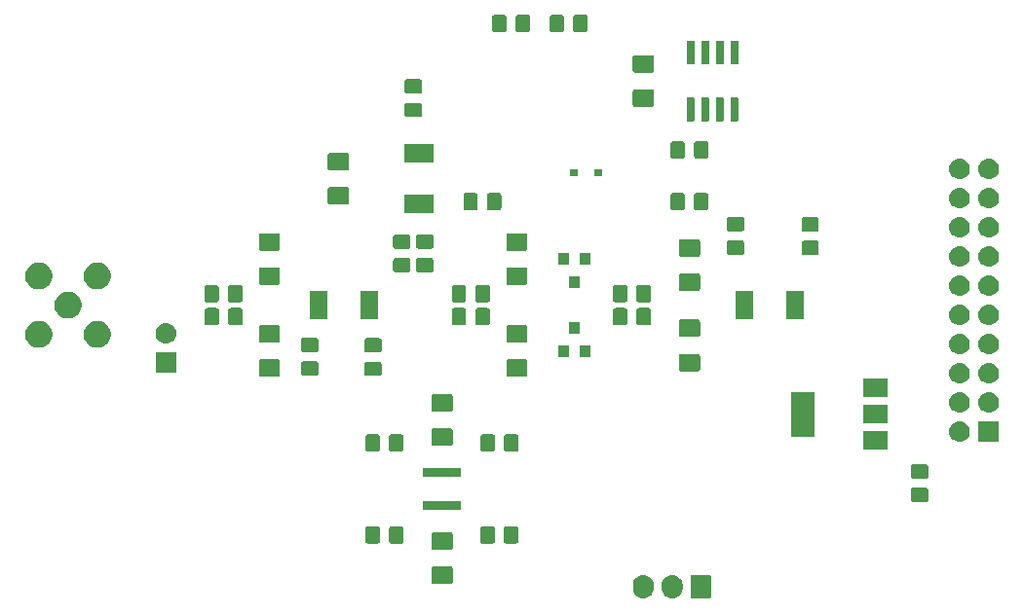
<source format=gbr>
G04 #@! TF.GenerationSoftware,KiCad,Pcbnew,5.1.4-e60b266~84~ubuntu18.04.1*
G04 #@! TF.CreationDate,2019-09-09T22:31:15+02:00*
G04 #@! TF.ProjectId,Frontend_test,46726f6e-7465-46e6-945f-746573742e6b,rev?*
G04 #@! TF.SameCoordinates,Original*
G04 #@! TF.FileFunction,Soldermask,Top*
G04 #@! TF.FilePolarity,Negative*
%FSLAX46Y46*%
G04 Gerber Fmt 4.6, Leading zero omitted, Abs format (unit mm)*
G04 Created by KiCad (PCBNEW 5.1.4-e60b266~84~ubuntu18.04.1) date 2019-09-09 22:31:15*
%MOMM*%
%LPD*%
G04 APERTURE LIST*
%ADD10C,0.150000*%
G04 APERTURE END LIST*
D10*
G36*
X165176627Y-133487037D02*
G01*
X165346466Y-133538557D01*
X165502991Y-133622222D01*
X165538729Y-133651552D01*
X165640186Y-133734814D01*
X165723448Y-133836271D01*
X165752778Y-133872009D01*
X165836443Y-134028534D01*
X165887963Y-134198374D01*
X165901000Y-134330743D01*
X165901000Y-134669258D01*
X165887963Y-134801627D01*
X165836443Y-134971466D01*
X165752778Y-135127991D01*
X165723448Y-135163729D01*
X165640186Y-135265186D01*
X165502989Y-135377779D01*
X165346467Y-135461442D01*
X165346465Y-135461443D01*
X165176626Y-135512963D01*
X165000000Y-135530359D01*
X164823373Y-135512963D01*
X164653534Y-135461443D01*
X164497009Y-135377778D01*
X164454750Y-135343097D01*
X164359814Y-135265186D01*
X164247221Y-135127989D01*
X164163558Y-134971467D01*
X164163557Y-134971465D01*
X164112037Y-134801626D01*
X164099000Y-134669257D01*
X164099000Y-134330742D01*
X164112037Y-134198373D01*
X164163557Y-134028534D01*
X164247222Y-133872009D01*
X164359815Y-133734815D01*
X164497010Y-133622222D01*
X164653535Y-133538557D01*
X164823374Y-133487037D01*
X165000000Y-133469641D01*
X165176627Y-133487037D01*
X165176627Y-133487037D01*
G37*
G36*
X167676627Y-133487037D02*
G01*
X167846466Y-133538557D01*
X168002991Y-133622222D01*
X168038729Y-133651552D01*
X168140186Y-133734814D01*
X168223448Y-133836271D01*
X168252778Y-133872009D01*
X168336443Y-134028534D01*
X168387963Y-134198374D01*
X168401000Y-134330743D01*
X168401000Y-134669258D01*
X168387963Y-134801627D01*
X168336443Y-134971466D01*
X168252778Y-135127991D01*
X168223448Y-135163729D01*
X168140186Y-135265186D01*
X168002989Y-135377779D01*
X167846467Y-135461442D01*
X167846465Y-135461443D01*
X167676626Y-135512963D01*
X167500000Y-135530359D01*
X167323373Y-135512963D01*
X167153534Y-135461443D01*
X166997009Y-135377778D01*
X166954750Y-135343097D01*
X166859814Y-135265186D01*
X166747221Y-135127989D01*
X166663558Y-134971467D01*
X166663557Y-134971465D01*
X166612037Y-134801626D01*
X166599000Y-134669257D01*
X166599000Y-134330742D01*
X166612037Y-134198373D01*
X166663557Y-134028534D01*
X166747222Y-133872009D01*
X166859815Y-133734815D01*
X166997010Y-133622222D01*
X167153535Y-133538557D01*
X167323374Y-133487037D01*
X167500000Y-133469641D01*
X167676627Y-133487037D01*
X167676627Y-133487037D01*
G37*
G36*
X170758600Y-133477989D02*
G01*
X170791652Y-133488015D01*
X170822103Y-133504292D01*
X170848799Y-133526201D01*
X170870708Y-133552897D01*
X170886985Y-133583348D01*
X170897011Y-133616400D01*
X170901000Y-133656903D01*
X170901000Y-135343097D01*
X170897011Y-135383600D01*
X170886985Y-135416652D01*
X170870708Y-135447103D01*
X170848799Y-135473799D01*
X170822103Y-135495708D01*
X170791652Y-135511985D01*
X170758600Y-135522011D01*
X170718097Y-135526000D01*
X169281903Y-135526000D01*
X169241400Y-135522011D01*
X169208348Y-135511985D01*
X169177897Y-135495708D01*
X169151201Y-135473799D01*
X169129292Y-135447103D01*
X169113015Y-135416652D01*
X169102989Y-135383600D01*
X169099000Y-135343097D01*
X169099000Y-133656903D01*
X169102989Y-133616400D01*
X169113015Y-133583348D01*
X169129292Y-133552897D01*
X169151201Y-133526201D01*
X169177897Y-133504292D01*
X169208348Y-133488015D01*
X169241400Y-133477989D01*
X169281903Y-133474000D01*
X170718097Y-133474000D01*
X170758600Y-133477989D01*
X170758600Y-133477989D01*
G37*
G36*
X148275562Y-132740681D02*
G01*
X148310481Y-132751274D01*
X148342663Y-132768476D01*
X148370873Y-132791627D01*
X148394024Y-132819837D01*
X148411226Y-132852019D01*
X148421819Y-132886938D01*
X148426000Y-132929395D01*
X148426000Y-134070605D01*
X148421819Y-134113062D01*
X148411226Y-134147981D01*
X148394024Y-134180163D01*
X148370873Y-134208373D01*
X148342663Y-134231524D01*
X148310481Y-134248726D01*
X148275562Y-134259319D01*
X148233105Y-134263500D01*
X146766895Y-134263500D01*
X146724438Y-134259319D01*
X146689519Y-134248726D01*
X146657337Y-134231524D01*
X146629127Y-134208373D01*
X146605976Y-134180163D01*
X146588774Y-134147981D01*
X146578181Y-134113062D01*
X146574000Y-134070605D01*
X146574000Y-132929395D01*
X146578181Y-132886938D01*
X146588774Y-132852019D01*
X146605976Y-132819837D01*
X146629127Y-132791627D01*
X146657337Y-132768476D01*
X146689519Y-132751274D01*
X146724438Y-132740681D01*
X146766895Y-132736500D01*
X148233105Y-132736500D01*
X148275562Y-132740681D01*
X148275562Y-132740681D01*
G37*
G36*
X148275562Y-129765681D02*
G01*
X148310481Y-129776274D01*
X148342663Y-129793476D01*
X148370873Y-129816627D01*
X148394024Y-129844837D01*
X148411226Y-129877019D01*
X148421819Y-129911938D01*
X148426000Y-129954395D01*
X148426000Y-131095605D01*
X148421819Y-131138062D01*
X148411226Y-131172981D01*
X148394024Y-131205163D01*
X148370873Y-131233373D01*
X148342663Y-131256524D01*
X148310481Y-131273726D01*
X148275562Y-131284319D01*
X148233105Y-131288500D01*
X146766895Y-131288500D01*
X146724438Y-131284319D01*
X146689519Y-131273726D01*
X146657337Y-131256524D01*
X146629127Y-131233373D01*
X146605976Y-131205163D01*
X146588774Y-131172981D01*
X146578181Y-131138062D01*
X146574000Y-131095605D01*
X146574000Y-129954395D01*
X146578181Y-129911938D01*
X146588774Y-129877019D01*
X146605976Y-129844837D01*
X146629127Y-129816627D01*
X146657337Y-129793476D01*
X146689519Y-129776274D01*
X146724438Y-129765681D01*
X146766895Y-129761500D01*
X148233105Y-129761500D01*
X148275562Y-129765681D01*
X148275562Y-129765681D01*
G37*
G36*
X153963674Y-129253465D02*
G01*
X154001367Y-129264899D01*
X154036103Y-129283466D01*
X154066548Y-129308452D01*
X154091534Y-129338897D01*
X154110101Y-129373633D01*
X154121535Y-129411326D01*
X154126000Y-129456661D01*
X154126000Y-130543339D01*
X154121535Y-130588674D01*
X154110101Y-130626367D01*
X154091534Y-130661103D01*
X154066548Y-130691548D01*
X154036103Y-130716534D01*
X154001367Y-130735101D01*
X153963674Y-130746535D01*
X153918339Y-130751000D01*
X153081661Y-130751000D01*
X153036326Y-130746535D01*
X152998633Y-130735101D01*
X152963897Y-130716534D01*
X152933452Y-130691548D01*
X152908466Y-130661103D01*
X152889899Y-130626367D01*
X152878465Y-130588674D01*
X152874000Y-130543339D01*
X152874000Y-129456661D01*
X152878465Y-129411326D01*
X152889899Y-129373633D01*
X152908466Y-129338897D01*
X152933452Y-129308452D01*
X152963897Y-129283466D01*
X152998633Y-129264899D01*
X153036326Y-129253465D01*
X153081661Y-129249000D01*
X153918339Y-129249000D01*
X153963674Y-129253465D01*
X153963674Y-129253465D01*
G37*
G36*
X151913674Y-129253465D02*
G01*
X151951367Y-129264899D01*
X151986103Y-129283466D01*
X152016548Y-129308452D01*
X152041534Y-129338897D01*
X152060101Y-129373633D01*
X152071535Y-129411326D01*
X152076000Y-129456661D01*
X152076000Y-130543339D01*
X152071535Y-130588674D01*
X152060101Y-130626367D01*
X152041534Y-130661103D01*
X152016548Y-130691548D01*
X151986103Y-130716534D01*
X151951367Y-130735101D01*
X151913674Y-130746535D01*
X151868339Y-130751000D01*
X151031661Y-130751000D01*
X150986326Y-130746535D01*
X150948633Y-130735101D01*
X150913897Y-130716534D01*
X150883452Y-130691548D01*
X150858466Y-130661103D01*
X150839899Y-130626367D01*
X150828465Y-130588674D01*
X150824000Y-130543339D01*
X150824000Y-129456661D01*
X150828465Y-129411326D01*
X150839899Y-129373633D01*
X150858466Y-129338897D01*
X150883452Y-129308452D01*
X150913897Y-129283466D01*
X150948633Y-129264899D01*
X150986326Y-129253465D01*
X151031661Y-129249000D01*
X151868339Y-129249000D01*
X151913674Y-129253465D01*
X151913674Y-129253465D01*
G37*
G36*
X141938674Y-129253465D02*
G01*
X141976367Y-129264899D01*
X142011103Y-129283466D01*
X142041548Y-129308452D01*
X142066534Y-129338897D01*
X142085101Y-129373633D01*
X142096535Y-129411326D01*
X142101000Y-129456661D01*
X142101000Y-130543339D01*
X142096535Y-130588674D01*
X142085101Y-130626367D01*
X142066534Y-130661103D01*
X142041548Y-130691548D01*
X142011103Y-130716534D01*
X141976367Y-130735101D01*
X141938674Y-130746535D01*
X141893339Y-130751000D01*
X141056661Y-130751000D01*
X141011326Y-130746535D01*
X140973633Y-130735101D01*
X140938897Y-130716534D01*
X140908452Y-130691548D01*
X140883466Y-130661103D01*
X140864899Y-130626367D01*
X140853465Y-130588674D01*
X140849000Y-130543339D01*
X140849000Y-129456661D01*
X140853465Y-129411326D01*
X140864899Y-129373633D01*
X140883466Y-129338897D01*
X140908452Y-129308452D01*
X140938897Y-129283466D01*
X140973633Y-129264899D01*
X141011326Y-129253465D01*
X141056661Y-129249000D01*
X141893339Y-129249000D01*
X141938674Y-129253465D01*
X141938674Y-129253465D01*
G37*
G36*
X143988674Y-129253465D02*
G01*
X144026367Y-129264899D01*
X144061103Y-129283466D01*
X144091548Y-129308452D01*
X144116534Y-129338897D01*
X144135101Y-129373633D01*
X144146535Y-129411326D01*
X144151000Y-129456661D01*
X144151000Y-130543339D01*
X144146535Y-130588674D01*
X144135101Y-130626367D01*
X144116534Y-130661103D01*
X144091548Y-130691548D01*
X144061103Y-130716534D01*
X144026367Y-130735101D01*
X143988674Y-130746535D01*
X143943339Y-130751000D01*
X143106661Y-130751000D01*
X143061326Y-130746535D01*
X143023633Y-130735101D01*
X142988897Y-130716534D01*
X142958452Y-130691548D01*
X142933466Y-130661103D01*
X142914899Y-130626367D01*
X142903465Y-130588674D01*
X142899000Y-130543339D01*
X142899000Y-129456661D01*
X142903465Y-129411326D01*
X142914899Y-129373633D01*
X142933466Y-129338897D01*
X142958452Y-129308452D01*
X142988897Y-129283466D01*
X143023633Y-129264899D01*
X143061326Y-129253465D01*
X143106661Y-129249000D01*
X143943339Y-129249000D01*
X143988674Y-129253465D01*
X143988674Y-129253465D01*
G37*
G36*
X149176000Y-127851000D02*
G01*
X145824000Y-127851000D01*
X145824000Y-127049000D01*
X149176000Y-127049000D01*
X149176000Y-127851000D01*
X149176000Y-127851000D01*
G37*
G36*
X189588674Y-125903465D02*
G01*
X189626367Y-125914899D01*
X189661103Y-125933466D01*
X189691548Y-125958452D01*
X189716534Y-125988897D01*
X189735101Y-126023633D01*
X189746535Y-126061326D01*
X189751000Y-126106661D01*
X189751000Y-126943339D01*
X189746535Y-126988674D01*
X189735101Y-127026367D01*
X189716534Y-127061103D01*
X189691548Y-127091548D01*
X189661103Y-127116534D01*
X189626367Y-127135101D01*
X189588674Y-127146535D01*
X189543339Y-127151000D01*
X188456661Y-127151000D01*
X188411326Y-127146535D01*
X188373633Y-127135101D01*
X188338897Y-127116534D01*
X188308452Y-127091548D01*
X188283466Y-127061103D01*
X188264899Y-127026367D01*
X188253465Y-126988674D01*
X188249000Y-126943339D01*
X188249000Y-126106661D01*
X188253465Y-126061326D01*
X188264899Y-126023633D01*
X188283466Y-125988897D01*
X188308452Y-125958452D01*
X188338897Y-125933466D01*
X188373633Y-125914899D01*
X188411326Y-125903465D01*
X188456661Y-125899000D01*
X189543339Y-125899000D01*
X189588674Y-125903465D01*
X189588674Y-125903465D01*
G37*
G36*
X189588674Y-123853465D02*
G01*
X189626367Y-123864899D01*
X189661103Y-123883466D01*
X189691548Y-123908452D01*
X189716534Y-123938897D01*
X189735101Y-123973633D01*
X189746535Y-124011326D01*
X189751000Y-124056661D01*
X189751000Y-124893339D01*
X189746535Y-124938674D01*
X189735101Y-124976367D01*
X189716534Y-125011103D01*
X189691548Y-125041548D01*
X189661103Y-125066534D01*
X189626367Y-125085101D01*
X189588674Y-125096535D01*
X189543339Y-125101000D01*
X188456661Y-125101000D01*
X188411326Y-125096535D01*
X188373633Y-125085101D01*
X188338897Y-125066534D01*
X188308452Y-125041548D01*
X188283466Y-125011103D01*
X188264899Y-124976367D01*
X188253465Y-124938674D01*
X188249000Y-124893339D01*
X188249000Y-124056661D01*
X188253465Y-124011326D01*
X188264899Y-123973633D01*
X188283466Y-123938897D01*
X188308452Y-123908452D01*
X188338897Y-123883466D01*
X188373633Y-123864899D01*
X188411326Y-123853465D01*
X188456661Y-123849000D01*
X189543339Y-123849000D01*
X189588674Y-123853465D01*
X189588674Y-123853465D01*
G37*
G36*
X149176000Y-124951000D02*
G01*
X145824000Y-124951000D01*
X145824000Y-124149000D01*
X149176000Y-124149000D01*
X149176000Y-124951000D01*
X149176000Y-124951000D01*
G37*
G36*
X153988674Y-121253465D02*
G01*
X154026367Y-121264899D01*
X154061103Y-121283466D01*
X154091548Y-121308452D01*
X154116534Y-121338897D01*
X154135101Y-121373633D01*
X154146535Y-121411326D01*
X154151000Y-121456661D01*
X154151000Y-122543339D01*
X154146535Y-122588674D01*
X154135101Y-122626367D01*
X154116534Y-122661103D01*
X154091548Y-122691548D01*
X154061103Y-122716534D01*
X154026367Y-122735101D01*
X153988674Y-122746535D01*
X153943339Y-122751000D01*
X153106661Y-122751000D01*
X153061326Y-122746535D01*
X153023633Y-122735101D01*
X152988897Y-122716534D01*
X152958452Y-122691548D01*
X152933466Y-122661103D01*
X152914899Y-122626367D01*
X152903465Y-122588674D01*
X152899000Y-122543339D01*
X152899000Y-121456661D01*
X152903465Y-121411326D01*
X152914899Y-121373633D01*
X152933466Y-121338897D01*
X152958452Y-121308452D01*
X152988897Y-121283466D01*
X153023633Y-121264899D01*
X153061326Y-121253465D01*
X153106661Y-121249000D01*
X153943339Y-121249000D01*
X153988674Y-121253465D01*
X153988674Y-121253465D01*
G37*
G36*
X143988674Y-121253465D02*
G01*
X144026367Y-121264899D01*
X144061103Y-121283466D01*
X144091548Y-121308452D01*
X144116534Y-121338897D01*
X144135101Y-121373633D01*
X144146535Y-121411326D01*
X144151000Y-121456661D01*
X144151000Y-122543339D01*
X144146535Y-122588674D01*
X144135101Y-122626367D01*
X144116534Y-122661103D01*
X144091548Y-122691548D01*
X144061103Y-122716534D01*
X144026367Y-122735101D01*
X143988674Y-122746535D01*
X143943339Y-122751000D01*
X143106661Y-122751000D01*
X143061326Y-122746535D01*
X143023633Y-122735101D01*
X142988897Y-122716534D01*
X142958452Y-122691548D01*
X142933466Y-122661103D01*
X142914899Y-122626367D01*
X142903465Y-122588674D01*
X142899000Y-122543339D01*
X142899000Y-121456661D01*
X142903465Y-121411326D01*
X142914899Y-121373633D01*
X142933466Y-121338897D01*
X142958452Y-121308452D01*
X142988897Y-121283466D01*
X143023633Y-121264899D01*
X143061326Y-121253465D01*
X143106661Y-121249000D01*
X143943339Y-121249000D01*
X143988674Y-121253465D01*
X143988674Y-121253465D01*
G37*
G36*
X141938674Y-121253465D02*
G01*
X141976367Y-121264899D01*
X142011103Y-121283466D01*
X142041548Y-121308452D01*
X142066534Y-121338897D01*
X142085101Y-121373633D01*
X142096535Y-121411326D01*
X142101000Y-121456661D01*
X142101000Y-122543339D01*
X142096535Y-122588674D01*
X142085101Y-122626367D01*
X142066534Y-122661103D01*
X142041548Y-122691548D01*
X142011103Y-122716534D01*
X141976367Y-122735101D01*
X141938674Y-122746535D01*
X141893339Y-122751000D01*
X141056661Y-122751000D01*
X141011326Y-122746535D01*
X140973633Y-122735101D01*
X140938897Y-122716534D01*
X140908452Y-122691548D01*
X140883466Y-122661103D01*
X140864899Y-122626367D01*
X140853465Y-122588674D01*
X140849000Y-122543339D01*
X140849000Y-121456661D01*
X140853465Y-121411326D01*
X140864899Y-121373633D01*
X140883466Y-121338897D01*
X140908452Y-121308452D01*
X140938897Y-121283466D01*
X140973633Y-121264899D01*
X141011326Y-121253465D01*
X141056661Y-121249000D01*
X141893339Y-121249000D01*
X141938674Y-121253465D01*
X141938674Y-121253465D01*
G37*
G36*
X151938674Y-121253465D02*
G01*
X151976367Y-121264899D01*
X152011103Y-121283466D01*
X152041548Y-121308452D01*
X152066534Y-121338897D01*
X152085101Y-121373633D01*
X152096535Y-121411326D01*
X152101000Y-121456661D01*
X152101000Y-122543339D01*
X152096535Y-122588674D01*
X152085101Y-122626367D01*
X152066534Y-122661103D01*
X152041548Y-122691548D01*
X152011103Y-122716534D01*
X151976367Y-122735101D01*
X151938674Y-122746535D01*
X151893339Y-122751000D01*
X151056661Y-122751000D01*
X151011326Y-122746535D01*
X150973633Y-122735101D01*
X150938897Y-122716534D01*
X150908452Y-122691548D01*
X150883466Y-122661103D01*
X150864899Y-122626367D01*
X150853465Y-122588674D01*
X150849000Y-122543339D01*
X150849000Y-121456661D01*
X150853465Y-121411326D01*
X150864899Y-121373633D01*
X150883466Y-121338897D01*
X150908452Y-121308452D01*
X150938897Y-121283466D01*
X150973633Y-121264899D01*
X151011326Y-121253465D01*
X151056661Y-121249000D01*
X151893339Y-121249000D01*
X151938674Y-121253465D01*
X151938674Y-121253465D01*
G37*
G36*
X186201000Y-122601000D02*
G01*
X184099000Y-122601000D01*
X184099000Y-120999000D01*
X186201000Y-120999000D01*
X186201000Y-122601000D01*
X186201000Y-122601000D01*
G37*
G36*
X148275562Y-120728181D02*
G01*
X148310481Y-120738774D01*
X148342663Y-120755976D01*
X148370873Y-120779127D01*
X148394024Y-120807337D01*
X148411226Y-120839519D01*
X148421819Y-120874438D01*
X148426000Y-120916895D01*
X148426000Y-122058105D01*
X148421819Y-122100562D01*
X148411226Y-122135481D01*
X148394024Y-122167663D01*
X148370873Y-122195873D01*
X148342663Y-122219024D01*
X148310481Y-122236226D01*
X148275562Y-122246819D01*
X148233105Y-122251000D01*
X146766895Y-122251000D01*
X146724438Y-122246819D01*
X146689519Y-122236226D01*
X146657337Y-122219024D01*
X146629127Y-122195873D01*
X146605976Y-122167663D01*
X146588774Y-122135481D01*
X146578181Y-122100562D01*
X146574000Y-122058105D01*
X146574000Y-120916895D01*
X146578181Y-120874438D01*
X146588774Y-120839519D01*
X146605976Y-120807337D01*
X146629127Y-120779127D01*
X146657337Y-120755976D01*
X146689519Y-120738774D01*
X146724438Y-120728181D01*
X146766895Y-120724000D01*
X148233105Y-120724000D01*
X148275562Y-120728181D01*
X148275562Y-120728181D01*
G37*
G36*
X192570442Y-120105518D02*
G01*
X192636627Y-120112037D01*
X192806466Y-120163557D01*
X192962991Y-120247222D01*
X192998729Y-120276552D01*
X193100186Y-120359814D01*
X193183448Y-120461271D01*
X193212778Y-120497009D01*
X193296443Y-120653534D01*
X193347963Y-120823373D01*
X193365359Y-121000000D01*
X193347963Y-121176627D01*
X193296443Y-121346466D01*
X193212778Y-121502991D01*
X193197856Y-121521173D01*
X193100186Y-121640186D01*
X192998729Y-121723448D01*
X192962991Y-121752778D01*
X192806466Y-121836443D01*
X192636627Y-121887963D01*
X192570442Y-121894482D01*
X192504260Y-121901000D01*
X192415740Y-121901000D01*
X192349558Y-121894482D01*
X192283373Y-121887963D01*
X192113534Y-121836443D01*
X191957009Y-121752778D01*
X191921271Y-121723448D01*
X191819814Y-121640186D01*
X191722144Y-121521173D01*
X191707222Y-121502991D01*
X191623557Y-121346466D01*
X191572037Y-121176627D01*
X191554641Y-121000000D01*
X191572037Y-120823373D01*
X191623557Y-120653534D01*
X191707222Y-120497009D01*
X191736552Y-120461271D01*
X191819814Y-120359814D01*
X191921271Y-120276552D01*
X191957009Y-120247222D01*
X192113534Y-120163557D01*
X192283373Y-120112037D01*
X192349558Y-120105518D01*
X192415740Y-120099000D01*
X192504260Y-120099000D01*
X192570442Y-120105518D01*
X192570442Y-120105518D01*
G37*
G36*
X195901000Y-121901000D02*
G01*
X194099000Y-121901000D01*
X194099000Y-120099000D01*
X195901000Y-120099000D01*
X195901000Y-121901000D01*
X195901000Y-121901000D01*
G37*
G36*
X179901000Y-121451000D02*
G01*
X177799000Y-121451000D01*
X177799000Y-117549000D01*
X179901000Y-117549000D01*
X179901000Y-121451000D01*
X179901000Y-121451000D01*
G37*
G36*
X186201000Y-120301000D02*
G01*
X184099000Y-120301000D01*
X184099000Y-118699000D01*
X186201000Y-118699000D01*
X186201000Y-120301000D01*
X186201000Y-120301000D01*
G37*
G36*
X192570443Y-117565519D02*
G01*
X192636627Y-117572037D01*
X192806466Y-117623557D01*
X192962991Y-117707222D01*
X192998729Y-117736552D01*
X193100186Y-117819814D01*
X193177790Y-117914376D01*
X193212778Y-117957009D01*
X193296443Y-118113534D01*
X193347963Y-118283373D01*
X193365359Y-118460000D01*
X193347963Y-118636627D01*
X193296443Y-118806466D01*
X193212778Y-118962991D01*
X193183448Y-118998729D01*
X193100186Y-119100186D01*
X193031031Y-119156939D01*
X192962991Y-119212778D01*
X192806466Y-119296443D01*
X192636627Y-119347963D01*
X192570443Y-119354481D01*
X192504260Y-119361000D01*
X192415740Y-119361000D01*
X192349557Y-119354481D01*
X192283373Y-119347963D01*
X192113534Y-119296443D01*
X191957009Y-119212778D01*
X191888969Y-119156939D01*
X191819814Y-119100186D01*
X191736552Y-118998729D01*
X191707222Y-118962991D01*
X191623557Y-118806466D01*
X191572037Y-118636627D01*
X191554641Y-118460000D01*
X191572037Y-118283373D01*
X191623557Y-118113534D01*
X191707222Y-117957009D01*
X191742210Y-117914376D01*
X191819814Y-117819814D01*
X191921271Y-117736552D01*
X191957009Y-117707222D01*
X192113534Y-117623557D01*
X192283373Y-117572037D01*
X192349557Y-117565519D01*
X192415740Y-117559000D01*
X192504260Y-117559000D01*
X192570443Y-117565519D01*
X192570443Y-117565519D01*
G37*
G36*
X195110443Y-117565519D02*
G01*
X195176627Y-117572037D01*
X195346466Y-117623557D01*
X195502991Y-117707222D01*
X195538729Y-117736552D01*
X195640186Y-117819814D01*
X195717790Y-117914376D01*
X195752778Y-117957009D01*
X195836443Y-118113534D01*
X195887963Y-118283373D01*
X195905359Y-118460000D01*
X195887963Y-118636627D01*
X195836443Y-118806466D01*
X195752778Y-118962991D01*
X195723448Y-118998729D01*
X195640186Y-119100186D01*
X195571031Y-119156939D01*
X195502991Y-119212778D01*
X195346466Y-119296443D01*
X195176627Y-119347963D01*
X195110443Y-119354481D01*
X195044260Y-119361000D01*
X194955740Y-119361000D01*
X194889557Y-119354481D01*
X194823373Y-119347963D01*
X194653534Y-119296443D01*
X194497009Y-119212778D01*
X194428969Y-119156939D01*
X194359814Y-119100186D01*
X194276552Y-118998729D01*
X194247222Y-118962991D01*
X194163557Y-118806466D01*
X194112037Y-118636627D01*
X194094641Y-118460000D01*
X194112037Y-118283373D01*
X194163557Y-118113534D01*
X194247222Y-117957009D01*
X194282210Y-117914376D01*
X194359814Y-117819814D01*
X194461271Y-117736552D01*
X194497009Y-117707222D01*
X194653534Y-117623557D01*
X194823373Y-117572037D01*
X194889557Y-117565519D01*
X194955740Y-117559000D01*
X195044260Y-117559000D01*
X195110443Y-117565519D01*
X195110443Y-117565519D01*
G37*
G36*
X148275562Y-117753181D02*
G01*
X148310481Y-117763774D01*
X148342663Y-117780976D01*
X148370873Y-117804127D01*
X148394024Y-117832337D01*
X148411226Y-117864519D01*
X148421819Y-117899438D01*
X148426000Y-117941895D01*
X148426000Y-119083105D01*
X148421819Y-119125562D01*
X148411226Y-119160481D01*
X148394024Y-119192663D01*
X148370873Y-119220873D01*
X148342663Y-119244024D01*
X148310481Y-119261226D01*
X148275562Y-119271819D01*
X148233105Y-119276000D01*
X146766895Y-119276000D01*
X146724438Y-119271819D01*
X146689519Y-119261226D01*
X146657337Y-119244024D01*
X146629127Y-119220873D01*
X146605976Y-119192663D01*
X146588774Y-119160481D01*
X146578181Y-119125562D01*
X146574000Y-119083105D01*
X146574000Y-117941895D01*
X146578181Y-117899438D01*
X146588774Y-117864519D01*
X146605976Y-117832337D01*
X146629127Y-117804127D01*
X146657337Y-117780976D01*
X146689519Y-117763774D01*
X146724438Y-117753181D01*
X146766895Y-117749000D01*
X148233105Y-117749000D01*
X148275562Y-117753181D01*
X148275562Y-117753181D01*
G37*
G36*
X186201000Y-118001000D02*
G01*
X184099000Y-118001000D01*
X184099000Y-116399000D01*
X186201000Y-116399000D01*
X186201000Y-118001000D01*
X186201000Y-118001000D01*
G37*
G36*
X192570442Y-115025518D02*
G01*
X192636627Y-115032037D01*
X192806466Y-115083557D01*
X192806468Y-115083558D01*
X192849690Y-115106661D01*
X192962991Y-115167222D01*
X192967805Y-115171173D01*
X193100186Y-115279814D01*
X193183448Y-115381271D01*
X193212778Y-115417009D01*
X193296443Y-115573534D01*
X193347963Y-115743373D01*
X193365359Y-115920000D01*
X193347963Y-116096627D01*
X193296443Y-116266466D01*
X193212778Y-116422991D01*
X193183448Y-116458729D01*
X193100186Y-116560186D01*
X192998729Y-116643448D01*
X192962991Y-116672778D01*
X192806466Y-116756443D01*
X192636627Y-116807963D01*
X192570443Y-116814481D01*
X192504260Y-116821000D01*
X192415740Y-116821000D01*
X192349557Y-116814481D01*
X192283373Y-116807963D01*
X192113534Y-116756443D01*
X191957009Y-116672778D01*
X191921271Y-116643448D01*
X191819814Y-116560186D01*
X191736552Y-116458729D01*
X191707222Y-116422991D01*
X191623557Y-116266466D01*
X191572037Y-116096627D01*
X191554641Y-115920000D01*
X191572037Y-115743373D01*
X191623557Y-115573534D01*
X191707222Y-115417009D01*
X191736552Y-115381271D01*
X191819814Y-115279814D01*
X191952195Y-115171173D01*
X191957009Y-115167222D01*
X192070310Y-115106661D01*
X192113532Y-115083558D01*
X192113534Y-115083557D01*
X192283373Y-115032037D01*
X192349558Y-115025518D01*
X192415740Y-115019000D01*
X192504260Y-115019000D01*
X192570442Y-115025518D01*
X192570442Y-115025518D01*
G37*
G36*
X195110442Y-115025518D02*
G01*
X195176627Y-115032037D01*
X195346466Y-115083557D01*
X195346468Y-115083558D01*
X195389690Y-115106661D01*
X195502991Y-115167222D01*
X195507805Y-115171173D01*
X195640186Y-115279814D01*
X195723448Y-115381271D01*
X195752778Y-115417009D01*
X195836443Y-115573534D01*
X195887963Y-115743373D01*
X195905359Y-115920000D01*
X195887963Y-116096627D01*
X195836443Y-116266466D01*
X195752778Y-116422991D01*
X195723448Y-116458729D01*
X195640186Y-116560186D01*
X195538729Y-116643448D01*
X195502991Y-116672778D01*
X195346466Y-116756443D01*
X195176627Y-116807963D01*
X195110443Y-116814481D01*
X195044260Y-116821000D01*
X194955740Y-116821000D01*
X194889557Y-116814481D01*
X194823373Y-116807963D01*
X194653534Y-116756443D01*
X194497009Y-116672778D01*
X194461271Y-116643448D01*
X194359814Y-116560186D01*
X194276552Y-116458729D01*
X194247222Y-116422991D01*
X194163557Y-116266466D01*
X194112037Y-116096627D01*
X194094641Y-115920000D01*
X194112037Y-115743373D01*
X194163557Y-115573534D01*
X194247222Y-115417009D01*
X194276552Y-115381271D01*
X194359814Y-115279814D01*
X194492195Y-115171173D01*
X194497009Y-115167222D01*
X194610310Y-115106661D01*
X194653532Y-115083558D01*
X194653534Y-115083557D01*
X194823373Y-115032037D01*
X194889558Y-115025518D01*
X194955740Y-115019000D01*
X195044260Y-115019000D01*
X195110442Y-115025518D01*
X195110442Y-115025518D01*
G37*
G36*
X133275562Y-114728181D02*
G01*
X133310481Y-114738774D01*
X133342663Y-114755976D01*
X133370873Y-114779127D01*
X133394024Y-114807337D01*
X133411226Y-114839519D01*
X133421819Y-114874438D01*
X133426000Y-114916895D01*
X133426000Y-116058105D01*
X133421819Y-116100562D01*
X133411226Y-116135481D01*
X133394024Y-116167663D01*
X133370873Y-116195873D01*
X133342663Y-116219024D01*
X133310481Y-116236226D01*
X133275562Y-116246819D01*
X133233105Y-116251000D01*
X131766895Y-116251000D01*
X131724438Y-116246819D01*
X131689519Y-116236226D01*
X131657337Y-116219024D01*
X131629127Y-116195873D01*
X131605976Y-116167663D01*
X131588774Y-116135481D01*
X131578181Y-116100562D01*
X131574000Y-116058105D01*
X131574000Y-114916895D01*
X131578181Y-114874438D01*
X131588774Y-114839519D01*
X131605976Y-114807337D01*
X131629127Y-114779127D01*
X131657337Y-114755976D01*
X131689519Y-114738774D01*
X131724438Y-114728181D01*
X131766895Y-114724000D01*
X133233105Y-114724000D01*
X133275562Y-114728181D01*
X133275562Y-114728181D01*
G37*
G36*
X154775562Y-114728181D02*
G01*
X154810481Y-114738774D01*
X154842663Y-114755976D01*
X154870873Y-114779127D01*
X154894024Y-114807337D01*
X154911226Y-114839519D01*
X154921819Y-114874438D01*
X154926000Y-114916895D01*
X154926000Y-116058105D01*
X154921819Y-116100562D01*
X154911226Y-116135481D01*
X154894024Y-116167663D01*
X154870873Y-116195873D01*
X154842663Y-116219024D01*
X154810481Y-116236226D01*
X154775562Y-116246819D01*
X154733105Y-116251000D01*
X153266895Y-116251000D01*
X153224438Y-116246819D01*
X153189519Y-116236226D01*
X153157337Y-116219024D01*
X153129127Y-116195873D01*
X153105976Y-116167663D01*
X153088774Y-116135481D01*
X153078181Y-116100562D01*
X153074000Y-116058105D01*
X153074000Y-114916895D01*
X153078181Y-114874438D01*
X153088774Y-114839519D01*
X153105976Y-114807337D01*
X153129127Y-114779127D01*
X153157337Y-114755976D01*
X153189519Y-114738774D01*
X153224438Y-114728181D01*
X153266895Y-114724000D01*
X154733105Y-114724000D01*
X154775562Y-114728181D01*
X154775562Y-114728181D01*
G37*
G36*
X142088674Y-114928465D02*
G01*
X142126367Y-114939899D01*
X142161103Y-114958466D01*
X142191548Y-114983452D01*
X142216534Y-115013897D01*
X142235101Y-115048633D01*
X142246535Y-115086326D01*
X142251000Y-115131661D01*
X142251000Y-115968339D01*
X142246535Y-116013674D01*
X142235101Y-116051367D01*
X142216534Y-116086103D01*
X142191548Y-116116548D01*
X142161103Y-116141534D01*
X142126367Y-116160101D01*
X142088674Y-116171535D01*
X142043339Y-116176000D01*
X140956661Y-116176000D01*
X140911326Y-116171535D01*
X140873633Y-116160101D01*
X140838897Y-116141534D01*
X140808452Y-116116548D01*
X140783466Y-116086103D01*
X140764899Y-116051367D01*
X140753465Y-116013674D01*
X140749000Y-115968339D01*
X140749000Y-115131661D01*
X140753465Y-115086326D01*
X140764899Y-115048633D01*
X140783466Y-115013897D01*
X140808452Y-114983452D01*
X140838897Y-114958466D01*
X140873633Y-114939899D01*
X140911326Y-114928465D01*
X140956661Y-114924000D01*
X142043339Y-114924000D01*
X142088674Y-114928465D01*
X142088674Y-114928465D01*
G37*
G36*
X136588674Y-114903465D02*
G01*
X136626367Y-114914899D01*
X136661103Y-114933466D01*
X136691548Y-114958452D01*
X136716534Y-114988897D01*
X136735101Y-115023633D01*
X136746535Y-115061326D01*
X136751000Y-115106661D01*
X136751000Y-115943339D01*
X136746535Y-115988674D01*
X136735101Y-116026367D01*
X136716534Y-116061103D01*
X136691548Y-116091548D01*
X136661103Y-116116534D01*
X136626367Y-116135101D01*
X136588674Y-116146535D01*
X136543339Y-116151000D01*
X135456661Y-116151000D01*
X135411326Y-116146535D01*
X135373633Y-116135101D01*
X135338897Y-116116534D01*
X135308452Y-116091548D01*
X135283466Y-116061103D01*
X135264899Y-116026367D01*
X135253465Y-115988674D01*
X135249000Y-115943339D01*
X135249000Y-115106661D01*
X135253465Y-115061326D01*
X135264899Y-115023633D01*
X135283466Y-114988897D01*
X135308452Y-114958452D01*
X135338897Y-114933466D01*
X135373633Y-114914899D01*
X135411326Y-114903465D01*
X135456661Y-114899000D01*
X136543339Y-114899000D01*
X136588674Y-114903465D01*
X136588674Y-114903465D01*
G37*
G36*
X124401000Y-115901000D02*
G01*
X122599000Y-115901000D01*
X122599000Y-114099000D01*
X124401000Y-114099000D01*
X124401000Y-115901000D01*
X124401000Y-115901000D01*
G37*
G36*
X169775562Y-114240681D02*
G01*
X169810481Y-114251274D01*
X169842663Y-114268476D01*
X169870873Y-114291627D01*
X169894024Y-114319837D01*
X169911226Y-114352019D01*
X169921819Y-114386938D01*
X169926000Y-114429395D01*
X169926000Y-115570605D01*
X169921819Y-115613062D01*
X169911226Y-115647981D01*
X169894024Y-115680163D01*
X169870873Y-115708373D01*
X169842663Y-115731524D01*
X169810481Y-115748726D01*
X169775562Y-115759319D01*
X169733105Y-115763500D01*
X168266895Y-115763500D01*
X168224438Y-115759319D01*
X168189519Y-115748726D01*
X168157337Y-115731524D01*
X168129127Y-115708373D01*
X168105976Y-115680163D01*
X168088774Y-115647981D01*
X168078181Y-115613062D01*
X168074000Y-115570605D01*
X168074000Y-114429395D01*
X168078181Y-114386938D01*
X168088774Y-114352019D01*
X168105976Y-114319837D01*
X168129127Y-114291627D01*
X168157337Y-114268476D01*
X168189519Y-114251274D01*
X168224438Y-114240681D01*
X168266895Y-114236500D01*
X169733105Y-114236500D01*
X169775562Y-114240681D01*
X169775562Y-114240681D01*
G37*
G36*
X160401000Y-114501000D02*
G01*
X159499000Y-114501000D01*
X159499000Y-113499000D01*
X160401000Y-113499000D01*
X160401000Y-114501000D01*
X160401000Y-114501000D01*
G37*
G36*
X158501000Y-114501000D02*
G01*
X157599000Y-114501000D01*
X157599000Y-113499000D01*
X158501000Y-113499000D01*
X158501000Y-114501000D01*
X158501000Y-114501000D01*
G37*
G36*
X192570442Y-112485518D02*
G01*
X192636627Y-112492037D01*
X192806466Y-112543557D01*
X192806468Y-112543558D01*
X192884729Y-112585390D01*
X192962991Y-112627222D01*
X192976199Y-112638062D01*
X193100186Y-112739814D01*
X193183448Y-112841271D01*
X193212778Y-112877009D01*
X193212779Y-112877011D01*
X193284573Y-113011326D01*
X193296443Y-113033534D01*
X193347963Y-113203373D01*
X193365359Y-113380000D01*
X193347963Y-113556627D01*
X193296443Y-113726466D01*
X193212778Y-113882991D01*
X193193136Y-113906925D01*
X193100186Y-114020186D01*
X193013247Y-114091534D01*
X192962991Y-114132778D01*
X192806466Y-114216443D01*
X192636627Y-114267963D01*
X192570442Y-114274482D01*
X192504260Y-114281000D01*
X192415740Y-114281000D01*
X192349558Y-114274482D01*
X192283373Y-114267963D01*
X192113534Y-114216443D01*
X191957009Y-114132778D01*
X191906753Y-114091534D01*
X191819814Y-114020186D01*
X191726864Y-113906925D01*
X191707222Y-113882991D01*
X191623557Y-113726466D01*
X191572037Y-113556627D01*
X191554641Y-113380000D01*
X191572037Y-113203373D01*
X191623557Y-113033534D01*
X191635428Y-113011326D01*
X191707221Y-112877011D01*
X191707222Y-112877009D01*
X191736552Y-112841271D01*
X191819814Y-112739814D01*
X191943801Y-112638062D01*
X191957009Y-112627222D01*
X192035271Y-112585390D01*
X192113532Y-112543558D01*
X192113534Y-112543557D01*
X192283373Y-112492037D01*
X192349558Y-112485518D01*
X192415740Y-112479000D01*
X192504260Y-112479000D01*
X192570442Y-112485518D01*
X192570442Y-112485518D01*
G37*
G36*
X195110442Y-112485518D02*
G01*
X195176627Y-112492037D01*
X195346466Y-112543557D01*
X195346468Y-112543558D01*
X195424729Y-112585390D01*
X195502991Y-112627222D01*
X195516199Y-112638062D01*
X195640186Y-112739814D01*
X195723448Y-112841271D01*
X195752778Y-112877009D01*
X195752779Y-112877011D01*
X195824573Y-113011326D01*
X195836443Y-113033534D01*
X195887963Y-113203373D01*
X195905359Y-113380000D01*
X195887963Y-113556627D01*
X195836443Y-113726466D01*
X195752778Y-113882991D01*
X195733136Y-113906925D01*
X195640186Y-114020186D01*
X195553247Y-114091534D01*
X195502991Y-114132778D01*
X195346466Y-114216443D01*
X195176627Y-114267963D01*
X195110442Y-114274482D01*
X195044260Y-114281000D01*
X194955740Y-114281000D01*
X194889558Y-114274482D01*
X194823373Y-114267963D01*
X194653534Y-114216443D01*
X194497009Y-114132778D01*
X194446753Y-114091534D01*
X194359814Y-114020186D01*
X194266864Y-113906925D01*
X194247222Y-113882991D01*
X194163557Y-113726466D01*
X194112037Y-113556627D01*
X194094641Y-113380000D01*
X194112037Y-113203373D01*
X194163557Y-113033534D01*
X194175428Y-113011326D01*
X194247221Y-112877011D01*
X194247222Y-112877009D01*
X194276552Y-112841271D01*
X194359814Y-112739814D01*
X194483801Y-112638062D01*
X194497009Y-112627222D01*
X194575271Y-112585390D01*
X194653532Y-112543558D01*
X194653534Y-112543557D01*
X194823373Y-112492037D01*
X194889558Y-112485518D01*
X194955740Y-112479000D01*
X195044260Y-112479000D01*
X195110442Y-112485518D01*
X195110442Y-112485518D01*
G37*
G36*
X142088674Y-112878465D02*
G01*
X142126367Y-112889899D01*
X142161103Y-112908466D01*
X142191548Y-112933452D01*
X142216534Y-112963897D01*
X142235101Y-112998633D01*
X142246535Y-113036326D01*
X142251000Y-113081661D01*
X142251000Y-113918339D01*
X142246535Y-113963674D01*
X142235101Y-114001367D01*
X142216534Y-114036103D01*
X142191548Y-114066548D01*
X142161103Y-114091534D01*
X142126367Y-114110101D01*
X142088674Y-114121535D01*
X142043339Y-114126000D01*
X140956661Y-114126000D01*
X140911326Y-114121535D01*
X140873633Y-114110101D01*
X140838897Y-114091534D01*
X140808452Y-114066548D01*
X140783466Y-114036103D01*
X140764899Y-114001367D01*
X140753465Y-113963674D01*
X140749000Y-113918339D01*
X140749000Y-113081661D01*
X140753465Y-113036326D01*
X140764899Y-112998633D01*
X140783466Y-112963897D01*
X140808452Y-112933452D01*
X140838897Y-112908466D01*
X140873633Y-112889899D01*
X140911326Y-112878465D01*
X140956661Y-112874000D01*
X142043339Y-112874000D01*
X142088674Y-112878465D01*
X142088674Y-112878465D01*
G37*
G36*
X136588674Y-112853465D02*
G01*
X136626367Y-112864899D01*
X136661103Y-112883466D01*
X136691548Y-112908452D01*
X136716534Y-112938897D01*
X136735101Y-112973633D01*
X136746535Y-113011326D01*
X136751000Y-113056661D01*
X136751000Y-113893339D01*
X136746535Y-113938674D01*
X136735101Y-113976367D01*
X136716534Y-114011103D01*
X136691548Y-114041548D01*
X136661103Y-114066534D01*
X136626367Y-114085101D01*
X136588674Y-114096535D01*
X136543339Y-114101000D01*
X135456661Y-114101000D01*
X135411326Y-114096535D01*
X135373633Y-114085101D01*
X135338897Y-114066534D01*
X135308452Y-114041548D01*
X135283466Y-114011103D01*
X135264899Y-113976367D01*
X135253465Y-113938674D01*
X135249000Y-113893339D01*
X135249000Y-113056661D01*
X135253465Y-113011326D01*
X135264899Y-112973633D01*
X135283466Y-112938897D01*
X135308452Y-112908452D01*
X135338897Y-112883466D01*
X135373633Y-112864899D01*
X135411326Y-112853465D01*
X135456661Y-112849000D01*
X136543339Y-112849000D01*
X136588674Y-112853465D01*
X136588674Y-112853465D01*
G37*
G36*
X117721277Y-111377019D02*
G01*
X117883027Y-111409193D01*
X118097045Y-111497842D01*
X118097046Y-111497843D01*
X118289654Y-111626539D01*
X118453461Y-111790346D01*
X118505388Y-111868061D01*
X118582158Y-111982955D01*
X118670807Y-112196973D01*
X118716000Y-112424174D01*
X118716000Y-112655826D01*
X118670807Y-112883027D01*
X118582158Y-113097045D01*
X118582157Y-113097046D01*
X118453461Y-113289654D01*
X118289654Y-113453461D01*
X118161249Y-113539258D01*
X118097045Y-113582158D01*
X117883027Y-113670807D01*
X117731560Y-113700936D01*
X117655827Y-113716000D01*
X117424173Y-113716000D01*
X117348440Y-113700936D01*
X117196973Y-113670807D01*
X116982955Y-113582158D01*
X116918751Y-113539258D01*
X116790346Y-113453461D01*
X116626539Y-113289654D01*
X116497843Y-113097046D01*
X116497842Y-113097045D01*
X116409193Y-112883027D01*
X116364000Y-112655826D01*
X116364000Y-112424174D01*
X116409193Y-112196973D01*
X116497842Y-111982955D01*
X116574612Y-111868061D01*
X116626539Y-111790346D01*
X116790346Y-111626539D01*
X116982954Y-111497843D01*
X116982955Y-111497842D01*
X117196973Y-111409193D01*
X117358723Y-111377019D01*
X117424173Y-111364000D01*
X117655827Y-111364000D01*
X117721277Y-111377019D01*
X117721277Y-111377019D01*
G37*
G36*
X112641277Y-111377019D02*
G01*
X112803027Y-111409193D01*
X113017045Y-111497842D01*
X113017046Y-111497843D01*
X113209654Y-111626539D01*
X113373461Y-111790346D01*
X113425388Y-111868061D01*
X113502158Y-111982955D01*
X113590807Y-112196973D01*
X113636000Y-112424174D01*
X113636000Y-112655826D01*
X113590807Y-112883027D01*
X113502158Y-113097045D01*
X113502157Y-113097046D01*
X113373461Y-113289654D01*
X113209654Y-113453461D01*
X113081249Y-113539258D01*
X113017045Y-113582158D01*
X112803027Y-113670807D01*
X112651560Y-113700936D01*
X112575827Y-113716000D01*
X112344173Y-113716000D01*
X112268440Y-113700936D01*
X112116973Y-113670807D01*
X111902955Y-113582158D01*
X111838751Y-113539258D01*
X111710346Y-113453461D01*
X111546539Y-113289654D01*
X111417843Y-113097046D01*
X111417842Y-113097045D01*
X111329193Y-112883027D01*
X111284000Y-112655826D01*
X111284000Y-112424174D01*
X111329193Y-112196973D01*
X111417842Y-111982955D01*
X111494612Y-111868061D01*
X111546539Y-111790346D01*
X111710346Y-111626539D01*
X111902954Y-111497843D01*
X111902955Y-111497842D01*
X112116973Y-111409193D01*
X112278723Y-111377019D01*
X112344173Y-111364000D01*
X112575827Y-111364000D01*
X112641277Y-111377019D01*
X112641277Y-111377019D01*
G37*
G36*
X123610442Y-111565518D02*
G01*
X123676627Y-111572037D01*
X123846466Y-111623557D01*
X124002991Y-111707222D01*
X124028264Y-111727963D01*
X124140186Y-111819814D01*
X124217790Y-111914376D01*
X124252778Y-111957009D01*
X124336443Y-112113534D01*
X124387963Y-112283373D01*
X124405359Y-112460000D01*
X124387963Y-112636627D01*
X124336443Y-112806466D01*
X124252778Y-112962991D01*
X124244044Y-112973633D01*
X124140186Y-113100186D01*
X124071031Y-113156939D01*
X124002991Y-113212778D01*
X124002989Y-113212779D01*
X123859164Y-113289656D01*
X123846466Y-113296443D01*
X123676627Y-113347963D01*
X123610443Y-113354481D01*
X123544260Y-113361000D01*
X123455740Y-113361000D01*
X123389557Y-113354481D01*
X123323373Y-113347963D01*
X123153534Y-113296443D01*
X123140837Y-113289656D01*
X122997011Y-113212779D01*
X122997009Y-113212778D01*
X122928969Y-113156939D01*
X122859814Y-113100186D01*
X122755956Y-112973633D01*
X122747222Y-112962991D01*
X122663557Y-112806466D01*
X122612037Y-112636627D01*
X122594641Y-112460000D01*
X122612037Y-112283373D01*
X122663557Y-112113534D01*
X122747222Y-111957009D01*
X122782210Y-111914376D01*
X122859814Y-111819814D01*
X122971736Y-111727963D01*
X122997009Y-111707222D01*
X123153534Y-111623557D01*
X123323373Y-111572037D01*
X123389558Y-111565518D01*
X123455740Y-111559000D01*
X123544260Y-111559000D01*
X123610442Y-111565518D01*
X123610442Y-111565518D01*
G37*
G36*
X133275562Y-111753181D02*
G01*
X133310481Y-111763774D01*
X133342663Y-111780976D01*
X133370873Y-111804127D01*
X133394024Y-111832337D01*
X133411226Y-111864519D01*
X133421819Y-111899438D01*
X133426000Y-111941895D01*
X133426000Y-113083105D01*
X133421819Y-113125562D01*
X133411226Y-113160481D01*
X133394024Y-113192663D01*
X133370873Y-113220873D01*
X133342663Y-113244024D01*
X133310481Y-113261226D01*
X133275562Y-113271819D01*
X133233105Y-113276000D01*
X131766895Y-113276000D01*
X131724438Y-113271819D01*
X131689519Y-113261226D01*
X131657337Y-113244024D01*
X131629127Y-113220873D01*
X131605976Y-113192663D01*
X131588774Y-113160481D01*
X131578181Y-113125562D01*
X131574000Y-113083105D01*
X131574000Y-111941895D01*
X131578181Y-111899438D01*
X131588774Y-111864519D01*
X131605976Y-111832337D01*
X131629127Y-111804127D01*
X131657337Y-111780976D01*
X131689519Y-111763774D01*
X131724438Y-111753181D01*
X131766895Y-111749000D01*
X133233105Y-111749000D01*
X133275562Y-111753181D01*
X133275562Y-111753181D01*
G37*
G36*
X154775562Y-111753181D02*
G01*
X154810481Y-111763774D01*
X154842663Y-111780976D01*
X154870873Y-111804127D01*
X154894024Y-111832337D01*
X154911226Y-111864519D01*
X154921819Y-111899438D01*
X154926000Y-111941895D01*
X154926000Y-113083105D01*
X154921819Y-113125562D01*
X154911226Y-113160481D01*
X154894024Y-113192663D01*
X154870873Y-113220873D01*
X154842663Y-113244024D01*
X154810481Y-113261226D01*
X154775562Y-113271819D01*
X154733105Y-113276000D01*
X153266895Y-113276000D01*
X153224438Y-113271819D01*
X153189519Y-113261226D01*
X153157337Y-113244024D01*
X153129127Y-113220873D01*
X153105976Y-113192663D01*
X153088774Y-113160481D01*
X153078181Y-113125562D01*
X153074000Y-113083105D01*
X153074000Y-111941895D01*
X153078181Y-111899438D01*
X153088774Y-111864519D01*
X153105976Y-111832337D01*
X153129127Y-111804127D01*
X153157337Y-111780976D01*
X153189519Y-111763774D01*
X153224438Y-111753181D01*
X153266895Y-111749000D01*
X154733105Y-111749000D01*
X154775562Y-111753181D01*
X154775562Y-111753181D01*
G37*
G36*
X169775562Y-111265681D02*
G01*
X169810481Y-111276274D01*
X169842663Y-111293476D01*
X169870873Y-111316627D01*
X169894024Y-111344837D01*
X169911226Y-111377019D01*
X169921819Y-111411938D01*
X169926000Y-111454395D01*
X169926000Y-112595605D01*
X169921819Y-112638062D01*
X169911226Y-112672981D01*
X169894024Y-112705163D01*
X169870873Y-112733373D01*
X169842663Y-112756524D01*
X169810481Y-112773726D01*
X169775562Y-112784319D01*
X169733105Y-112788500D01*
X168266895Y-112788500D01*
X168224438Y-112784319D01*
X168189519Y-112773726D01*
X168157337Y-112756524D01*
X168129127Y-112733373D01*
X168105976Y-112705163D01*
X168088774Y-112672981D01*
X168078181Y-112638062D01*
X168074000Y-112595605D01*
X168074000Y-111454395D01*
X168078181Y-111411938D01*
X168088774Y-111377019D01*
X168105976Y-111344837D01*
X168129127Y-111316627D01*
X168157337Y-111293476D01*
X168189519Y-111276274D01*
X168224438Y-111265681D01*
X168266895Y-111261500D01*
X169733105Y-111261500D01*
X169775562Y-111265681D01*
X169775562Y-111265681D01*
G37*
G36*
X159451000Y-112501000D02*
G01*
X158549000Y-112501000D01*
X158549000Y-111499000D01*
X159451000Y-111499000D01*
X159451000Y-112501000D01*
X159451000Y-112501000D01*
G37*
G36*
X165488674Y-110253465D02*
G01*
X165526367Y-110264899D01*
X165561103Y-110283466D01*
X165591548Y-110308452D01*
X165616534Y-110338897D01*
X165635101Y-110373633D01*
X165646535Y-110411326D01*
X165651000Y-110456661D01*
X165651000Y-111543339D01*
X165646535Y-111588674D01*
X165635101Y-111626367D01*
X165616534Y-111661103D01*
X165591548Y-111691548D01*
X165561103Y-111716534D01*
X165526367Y-111735101D01*
X165488674Y-111746535D01*
X165443339Y-111751000D01*
X164606661Y-111751000D01*
X164561326Y-111746535D01*
X164523633Y-111735101D01*
X164488897Y-111716534D01*
X164458452Y-111691548D01*
X164433466Y-111661103D01*
X164414899Y-111626367D01*
X164403465Y-111588674D01*
X164399000Y-111543339D01*
X164399000Y-110456661D01*
X164403465Y-110411326D01*
X164414899Y-110373633D01*
X164433466Y-110338897D01*
X164458452Y-110308452D01*
X164488897Y-110283466D01*
X164523633Y-110264899D01*
X164561326Y-110253465D01*
X164606661Y-110249000D01*
X165443339Y-110249000D01*
X165488674Y-110253465D01*
X165488674Y-110253465D01*
G37*
G36*
X127963674Y-110253465D02*
G01*
X128001367Y-110264899D01*
X128036103Y-110283466D01*
X128066548Y-110308452D01*
X128091534Y-110338897D01*
X128110101Y-110373633D01*
X128121535Y-110411326D01*
X128126000Y-110456661D01*
X128126000Y-111543339D01*
X128121535Y-111588674D01*
X128110101Y-111626367D01*
X128091534Y-111661103D01*
X128066548Y-111691548D01*
X128036103Y-111716534D01*
X128001367Y-111735101D01*
X127963674Y-111746535D01*
X127918339Y-111751000D01*
X127081661Y-111751000D01*
X127036326Y-111746535D01*
X126998633Y-111735101D01*
X126963897Y-111716534D01*
X126933452Y-111691548D01*
X126908466Y-111661103D01*
X126889899Y-111626367D01*
X126878465Y-111588674D01*
X126874000Y-111543339D01*
X126874000Y-110456661D01*
X126878465Y-110411326D01*
X126889899Y-110373633D01*
X126908466Y-110338897D01*
X126933452Y-110308452D01*
X126963897Y-110283466D01*
X126998633Y-110264899D01*
X127036326Y-110253465D01*
X127081661Y-110249000D01*
X127918339Y-110249000D01*
X127963674Y-110253465D01*
X127963674Y-110253465D01*
G37*
G36*
X163438674Y-110253465D02*
G01*
X163476367Y-110264899D01*
X163511103Y-110283466D01*
X163541548Y-110308452D01*
X163566534Y-110338897D01*
X163585101Y-110373633D01*
X163596535Y-110411326D01*
X163601000Y-110456661D01*
X163601000Y-111543339D01*
X163596535Y-111588674D01*
X163585101Y-111626367D01*
X163566534Y-111661103D01*
X163541548Y-111691548D01*
X163511103Y-111716534D01*
X163476367Y-111735101D01*
X163438674Y-111746535D01*
X163393339Y-111751000D01*
X162556661Y-111751000D01*
X162511326Y-111746535D01*
X162473633Y-111735101D01*
X162438897Y-111716534D01*
X162408452Y-111691548D01*
X162383466Y-111661103D01*
X162364899Y-111626367D01*
X162353465Y-111588674D01*
X162349000Y-111543339D01*
X162349000Y-110456661D01*
X162353465Y-110411326D01*
X162364899Y-110373633D01*
X162383466Y-110338897D01*
X162408452Y-110308452D01*
X162438897Y-110283466D01*
X162473633Y-110264899D01*
X162511326Y-110253465D01*
X162556661Y-110249000D01*
X163393339Y-110249000D01*
X163438674Y-110253465D01*
X163438674Y-110253465D01*
G37*
G36*
X130013674Y-110253465D02*
G01*
X130051367Y-110264899D01*
X130086103Y-110283466D01*
X130116548Y-110308452D01*
X130141534Y-110338897D01*
X130160101Y-110373633D01*
X130171535Y-110411326D01*
X130176000Y-110456661D01*
X130176000Y-111543339D01*
X130171535Y-111588674D01*
X130160101Y-111626367D01*
X130141534Y-111661103D01*
X130116548Y-111691548D01*
X130086103Y-111716534D01*
X130051367Y-111735101D01*
X130013674Y-111746535D01*
X129968339Y-111751000D01*
X129131661Y-111751000D01*
X129086326Y-111746535D01*
X129048633Y-111735101D01*
X129013897Y-111716534D01*
X128983452Y-111691548D01*
X128958466Y-111661103D01*
X128939899Y-111626367D01*
X128928465Y-111588674D01*
X128924000Y-111543339D01*
X128924000Y-110456661D01*
X128928465Y-110411326D01*
X128939899Y-110373633D01*
X128958466Y-110338897D01*
X128983452Y-110308452D01*
X129013897Y-110283466D01*
X129048633Y-110264899D01*
X129086326Y-110253465D01*
X129131661Y-110249000D01*
X129968339Y-110249000D01*
X130013674Y-110253465D01*
X130013674Y-110253465D01*
G37*
G36*
X149438674Y-110253465D02*
G01*
X149476367Y-110264899D01*
X149511103Y-110283466D01*
X149541548Y-110308452D01*
X149566534Y-110338897D01*
X149585101Y-110373633D01*
X149596535Y-110411326D01*
X149601000Y-110456661D01*
X149601000Y-111543339D01*
X149596535Y-111588674D01*
X149585101Y-111626367D01*
X149566534Y-111661103D01*
X149541548Y-111691548D01*
X149511103Y-111716534D01*
X149476367Y-111735101D01*
X149438674Y-111746535D01*
X149393339Y-111751000D01*
X148556661Y-111751000D01*
X148511326Y-111746535D01*
X148473633Y-111735101D01*
X148438897Y-111716534D01*
X148408452Y-111691548D01*
X148383466Y-111661103D01*
X148364899Y-111626367D01*
X148353465Y-111588674D01*
X148349000Y-111543339D01*
X148349000Y-110456661D01*
X148353465Y-110411326D01*
X148364899Y-110373633D01*
X148383466Y-110338897D01*
X148408452Y-110308452D01*
X148438897Y-110283466D01*
X148473633Y-110264899D01*
X148511326Y-110253465D01*
X148556661Y-110249000D01*
X149393339Y-110249000D01*
X149438674Y-110253465D01*
X149438674Y-110253465D01*
G37*
G36*
X151488674Y-110253465D02*
G01*
X151526367Y-110264899D01*
X151561103Y-110283466D01*
X151591548Y-110308452D01*
X151616534Y-110338897D01*
X151635101Y-110373633D01*
X151646535Y-110411326D01*
X151651000Y-110456661D01*
X151651000Y-111543339D01*
X151646535Y-111588674D01*
X151635101Y-111626367D01*
X151616534Y-111661103D01*
X151591548Y-111691548D01*
X151561103Y-111716534D01*
X151526367Y-111735101D01*
X151488674Y-111746535D01*
X151443339Y-111751000D01*
X150606661Y-111751000D01*
X150561326Y-111746535D01*
X150523633Y-111735101D01*
X150488897Y-111716534D01*
X150458452Y-111691548D01*
X150433466Y-111661103D01*
X150414899Y-111626367D01*
X150403465Y-111588674D01*
X150399000Y-111543339D01*
X150399000Y-110456661D01*
X150403465Y-110411326D01*
X150414899Y-110373633D01*
X150433466Y-110338897D01*
X150458452Y-110308452D01*
X150488897Y-110283466D01*
X150523633Y-110264899D01*
X150561326Y-110253465D01*
X150606661Y-110249000D01*
X151443339Y-110249000D01*
X151488674Y-110253465D01*
X151488674Y-110253465D01*
G37*
G36*
X195110443Y-109945519D02*
G01*
X195176627Y-109952037D01*
X195346466Y-110003557D01*
X195502991Y-110087222D01*
X195537845Y-110115826D01*
X195640186Y-110199814D01*
X195708836Y-110283466D01*
X195752778Y-110337009D01*
X195836443Y-110493534D01*
X195887963Y-110663373D01*
X195905359Y-110840000D01*
X195887963Y-111016627D01*
X195836443Y-111186466D01*
X195752778Y-111342991D01*
X195735536Y-111364000D01*
X195640186Y-111480186D01*
X195544149Y-111559000D01*
X195502991Y-111592778D01*
X195502989Y-111592779D01*
X195356122Y-111671282D01*
X195346466Y-111676443D01*
X195176627Y-111727963D01*
X195110442Y-111734482D01*
X195044260Y-111741000D01*
X194955740Y-111741000D01*
X194889558Y-111734482D01*
X194823373Y-111727963D01*
X194653534Y-111676443D01*
X194643879Y-111671282D01*
X194497011Y-111592779D01*
X194497009Y-111592778D01*
X194455851Y-111559000D01*
X194359814Y-111480186D01*
X194264464Y-111364000D01*
X194247222Y-111342991D01*
X194163557Y-111186466D01*
X194112037Y-111016627D01*
X194094641Y-110840000D01*
X194112037Y-110663373D01*
X194163557Y-110493534D01*
X194247222Y-110337009D01*
X194291164Y-110283466D01*
X194359814Y-110199814D01*
X194462155Y-110115826D01*
X194497009Y-110087222D01*
X194653534Y-110003557D01*
X194823373Y-109952037D01*
X194889557Y-109945519D01*
X194955740Y-109939000D01*
X195044260Y-109939000D01*
X195110443Y-109945519D01*
X195110443Y-109945519D01*
G37*
G36*
X192570443Y-109945519D02*
G01*
X192636627Y-109952037D01*
X192806466Y-110003557D01*
X192962991Y-110087222D01*
X192997845Y-110115826D01*
X193100186Y-110199814D01*
X193168836Y-110283466D01*
X193212778Y-110337009D01*
X193296443Y-110493534D01*
X193347963Y-110663373D01*
X193365359Y-110840000D01*
X193347963Y-111016627D01*
X193296443Y-111186466D01*
X193212778Y-111342991D01*
X193195536Y-111364000D01*
X193100186Y-111480186D01*
X193004149Y-111559000D01*
X192962991Y-111592778D01*
X192962989Y-111592779D01*
X192816122Y-111671282D01*
X192806466Y-111676443D01*
X192636627Y-111727963D01*
X192570442Y-111734482D01*
X192504260Y-111741000D01*
X192415740Y-111741000D01*
X192349558Y-111734482D01*
X192283373Y-111727963D01*
X192113534Y-111676443D01*
X192103879Y-111671282D01*
X191957011Y-111592779D01*
X191957009Y-111592778D01*
X191915851Y-111559000D01*
X191819814Y-111480186D01*
X191724464Y-111364000D01*
X191707222Y-111342991D01*
X191623557Y-111186466D01*
X191572037Y-111016627D01*
X191554641Y-110840000D01*
X191572037Y-110663373D01*
X191623557Y-110493534D01*
X191707222Y-110337009D01*
X191751164Y-110283466D01*
X191819814Y-110199814D01*
X191922155Y-110115826D01*
X191957009Y-110087222D01*
X192113534Y-110003557D01*
X192283373Y-109952037D01*
X192349557Y-109945519D01*
X192415740Y-109939000D01*
X192504260Y-109939000D01*
X192570443Y-109945519D01*
X192570443Y-109945519D01*
G37*
G36*
X178951000Y-111201000D02*
G01*
X177449000Y-111201000D01*
X177449000Y-108799000D01*
X178951000Y-108799000D01*
X178951000Y-111201000D01*
X178951000Y-111201000D01*
G37*
G36*
X174551000Y-111201000D02*
G01*
X173049000Y-111201000D01*
X173049000Y-108799000D01*
X174551000Y-108799000D01*
X174551000Y-111201000D01*
X174551000Y-111201000D01*
G37*
G36*
X141951000Y-111201000D02*
G01*
X140449000Y-111201000D01*
X140449000Y-108799000D01*
X141951000Y-108799000D01*
X141951000Y-111201000D01*
X141951000Y-111201000D01*
G37*
G36*
X137551000Y-111201000D02*
G01*
X136049000Y-111201000D01*
X136049000Y-108799000D01*
X137551000Y-108799000D01*
X137551000Y-111201000D01*
X137551000Y-111201000D01*
G37*
G36*
X115191560Y-108839064D02*
G01*
X115343027Y-108869193D01*
X115557045Y-108957842D01*
X115557046Y-108957843D01*
X115749654Y-109086539D01*
X115913461Y-109250346D01*
X115945970Y-109299000D01*
X116042158Y-109442955D01*
X116130807Y-109656973D01*
X116176000Y-109884174D01*
X116176000Y-110115826D01*
X116130807Y-110343027D01*
X116042158Y-110557045D01*
X116042157Y-110557046D01*
X115913461Y-110749654D01*
X115749654Y-110913461D01*
X115621249Y-110999258D01*
X115557045Y-111042158D01*
X115343027Y-111130807D01*
X115191560Y-111160936D01*
X115115827Y-111176000D01*
X114884173Y-111176000D01*
X114808440Y-111160936D01*
X114656973Y-111130807D01*
X114442955Y-111042158D01*
X114378751Y-110999258D01*
X114250346Y-110913461D01*
X114086539Y-110749654D01*
X113957843Y-110557046D01*
X113957842Y-110557045D01*
X113869193Y-110343027D01*
X113824000Y-110115826D01*
X113824000Y-109884174D01*
X113869193Y-109656973D01*
X113957842Y-109442955D01*
X114054030Y-109299000D01*
X114086539Y-109250346D01*
X114250346Y-109086539D01*
X114442954Y-108957843D01*
X114442955Y-108957842D01*
X114656973Y-108869193D01*
X114808440Y-108839064D01*
X114884173Y-108824000D01*
X115115827Y-108824000D01*
X115191560Y-108839064D01*
X115191560Y-108839064D01*
G37*
G36*
X127938674Y-108253465D02*
G01*
X127976367Y-108264899D01*
X128011103Y-108283466D01*
X128041548Y-108308452D01*
X128066534Y-108338897D01*
X128085101Y-108373633D01*
X128096535Y-108411326D01*
X128101000Y-108456661D01*
X128101000Y-109543339D01*
X128096535Y-109588674D01*
X128085101Y-109626367D01*
X128066534Y-109661103D01*
X128041548Y-109691548D01*
X128011103Y-109716534D01*
X127976367Y-109735101D01*
X127938674Y-109746535D01*
X127893339Y-109751000D01*
X127056661Y-109751000D01*
X127011326Y-109746535D01*
X126973633Y-109735101D01*
X126938897Y-109716534D01*
X126908452Y-109691548D01*
X126883466Y-109661103D01*
X126864899Y-109626367D01*
X126853465Y-109588674D01*
X126849000Y-109543339D01*
X126849000Y-108456661D01*
X126853465Y-108411326D01*
X126864899Y-108373633D01*
X126883466Y-108338897D01*
X126908452Y-108308452D01*
X126938897Y-108283466D01*
X126973633Y-108264899D01*
X127011326Y-108253465D01*
X127056661Y-108249000D01*
X127893339Y-108249000D01*
X127938674Y-108253465D01*
X127938674Y-108253465D01*
G37*
G36*
X165488674Y-108253465D02*
G01*
X165526367Y-108264899D01*
X165561103Y-108283466D01*
X165591548Y-108308452D01*
X165616534Y-108338897D01*
X165635101Y-108373633D01*
X165646535Y-108411326D01*
X165651000Y-108456661D01*
X165651000Y-109543339D01*
X165646535Y-109588674D01*
X165635101Y-109626367D01*
X165616534Y-109661103D01*
X165591548Y-109691548D01*
X165561103Y-109716534D01*
X165526367Y-109735101D01*
X165488674Y-109746535D01*
X165443339Y-109751000D01*
X164606661Y-109751000D01*
X164561326Y-109746535D01*
X164523633Y-109735101D01*
X164488897Y-109716534D01*
X164458452Y-109691548D01*
X164433466Y-109661103D01*
X164414899Y-109626367D01*
X164403465Y-109588674D01*
X164399000Y-109543339D01*
X164399000Y-108456661D01*
X164403465Y-108411326D01*
X164414899Y-108373633D01*
X164433466Y-108338897D01*
X164458452Y-108308452D01*
X164488897Y-108283466D01*
X164523633Y-108264899D01*
X164561326Y-108253465D01*
X164606661Y-108249000D01*
X165443339Y-108249000D01*
X165488674Y-108253465D01*
X165488674Y-108253465D01*
G37*
G36*
X151488674Y-108253465D02*
G01*
X151526367Y-108264899D01*
X151561103Y-108283466D01*
X151591548Y-108308452D01*
X151616534Y-108338897D01*
X151635101Y-108373633D01*
X151646535Y-108411326D01*
X151651000Y-108456661D01*
X151651000Y-109543339D01*
X151646535Y-109588674D01*
X151635101Y-109626367D01*
X151616534Y-109661103D01*
X151591548Y-109691548D01*
X151561103Y-109716534D01*
X151526367Y-109735101D01*
X151488674Y-109746535D01*
X151443339Y-109751000D01*
X150606661Y-109751000D01*
X150561326Y-109746535D01*
X150523633Y-109735101D01*
X150488897Y-109716534D01*
X150458452Y-109691548D01*
X150433466Y-109661103D01*
X150414899Y-109626367D01*
X150403465Y-109588674D01*
X150399000Y-109543339D01*
X150399000Y-108456661D01*
X150403465Y-108411326D01*
X150414899Y-108373633D01*
X150433466Y-108338897D01*
X150458452Y-108308452D01*
X150488897Y-108283466D01*
X150523633Y-108264899D01*
X150561326Y-108253465D01*
X150606661Y-108249000D01*
X151443339Y-108249000D01*
X151488674Y-108253465D01*
X151488674Y-108253465D01*
G37*
G36*
X163438674Y-108253465D02*
G01*
X163476367Y-108264899D01*
X163511103Y-108283466D01*
X163541548Y-108308452D01*
X163566534Y-108338897D01*
X163585101Y-108373633D01*
X163596535Y-108411326D01*
X163601000Y-108456661D01*
X163601000Y-109543339D01*
X163596535Y-109588674D01*
X163585101Y-109626367D01*
X163566534Y-109661103D01*
X163541548Y-109691548D01*
X163511103Y-109716534D01*
X163476367Y-109735101D01*
X163438674Y-109746535D01*
X163393339Y-109751000D01*
X162556661Y-109751000D01*
X162511326Y-109746535D01*
X162473633Y-109735101D01*
X162438897Y-109716534D01*
X162408452Y-109691548D01*
X162383466Y-109661103D01*
X162364899Y-109626367D01*
X162353465Y-109588674D01*
X162349000Y-109543339D01*
X162349000Y-108456661D01*
X162353465Y-108411326D01*
X162364899Y-108373633D01*
X162383466Y-108338897D01*
X162408452Y-108308452D01*
X162438897Y-108283466D01*
X162473633Y-108264899D01*
X162511326Y-108253465D01*
X162556661Y-108249000D01*
X163393339Y-108249000D01*
X163438674Y-108253465D01*
X163438674Y-108253465D01*
G37*
G36*
X149438674Y-108253465D02*
G01*
X149476367Y-108264899D01*
X149511103Y-108283466D01*
X149541548Y-108308452D01*
X149566534Y-108338897D01*
X149585101Y-108373633D01*
X149596535Y-108411326D01*
X149601000Y-108456661D01*
X149601000Y-109543339D01*
X149596535Y-109588674D01*
X149585101Y-109626367D01*
X149566534Y-109661103D01*
X149541548Y-109691548D01*
X149511103Y-109716534D01*
X149476367Y-109735101D01*
X149438674Y-109746535D01*
X149393339Y-109751000D01*
X148556661Y-109751000D01*
X148511326Y-109746535D01*
X148473633Y-109735101D01*
X148438897Y-109716534D01*
X148408452Y-109691548D01*
X148383466Y-109661103D01*
X148364899Y-109626367D01*
X148353465Y-109588674D01*
X148349000Y-109543339D01*
X148349000Y-108456661D01*
X148353465Y-108411326D01*
X148364899Y-108373633D01*
X148383466Y-108338897D01*
X148408452Y-108308452D01*
X148438897Y-108283466D01*
X148473633Y-108264899D01*
X148511326Y-108253465D01*
X148556661Y-108249000D01*
X149393339Y-108249000D01*
X149438674Y-108253465D01*
X149438674Y-108253465D01*
G37*
G36*
X129988674Y-108253465D02*
G01*
X130026367Y-108264899D01*
X130061103Y-108283466D01*
X130091548Y-108308452D01*
X130116534Y-108338897D01*
X130135101Y-108373633D01*
X130146535Y-108411326D01*
X130151000Y-108456661D01*
X130151000Y-109543339D01*
X130146535Y-109588674D01*
X130135101Y-109626367D01*
X130116534Y-109661103D01*
X130091548Y-109691548D01*
X130061103Y-109716534D01*
X130026367Y-109735101D01*
X129988674Y-109746535D01*
X129943339Y-109751000D01*
X129106661Y-109751000D01*
X129061326Y-109746535D01*
X129023633Y-109735101D01*
X128988897Y-109716534D01*
X128958452Y-109691548D01*
X128933466Y-109661103D01*
X128914899Y-109626367D01*
X128903465Y-109588674D01*
X128899000Y-109543339D01*
X128899000Y-108456661D01*
X128903465Y-108411326D01*
X128914899Y-108373633D01*
X128933466Y-108338897D01*
X128958452Y-108308452D01*
X128988897Y-108283466D01*
X129023633Y-108264899D01*
X129061326Y-108253465D01*
X129106661Y-108249000D01*
X129943339Y-108249000D01*
X129988674Y-108253465D01*
X129988674Y-108253465D01*
G37*
G36*
X192570443Y-107405519D02*
G01*
X192636627Y-107412037D01*
X192806466Y-107463557D01*
X192962991Y-107547222D01*
X192997845Y-107575826D01*
X193100186Y-107659814D01*
X193183448Y-107761271D01*
X193212778Y-107797009D01*
X193296443Y-107953534D01*
X193347963Y-108123373D01*
X193365359Y-108300000D01*
X193347963Y-108476627D01*
X193296443Y-108646466D01*
X193212778Y-108802991D01*
X193195536Y-108824000D01*
X193100186Y-108940186D01*
X192998729Y-109023448D01*
X192962991Y-109052778D01*
X192806466Y-109136443D01*
X192636627Y-109187963D01*
X192570442Y-109194482D01*
X192504260Y-109201000D01*
X192415740Y-109201000D01*
X192349558Y-109194482D01*
X192283373Y-109187963D01*
X192113534Y-109136443D01*
X191957009Y-109052778D01*
X191921271Y-109023448D01*
X191819814Y-108940186D01*
X191724464Y-108824000D01*
X191707222Y-108802991D01*
X191623557Y-108646466D01*
X191572037Y-108476627D01*
X191554641Y-108300000D01*
X191572037Y-108123373D01*
X191623557Y-107953534D01*
X191707222Y-107797009D01*
X191736552Y-107761271D01*
X191819814Y-107659814D01*
X191922155Y-107575826D01*
X191957009Y-107547222D01*
X192113534Y-107463557D01*
X192283373Y-107412037D01*
X192349557Y-107405519D01*
X192415740Y-107399000D01*
X192504260Y-107399000D01*
X192570443Y-107405519D01*
X192570443Y-107405519D01*
G37*
G36*
X195110443Y-107405519D02*
G01*
X195176627Y-107412037D01*
X195346466Y-107463557D01*
X195502991Y-107547222D01*
X195537845Y-107575826D01*
X195640186Y-107659814D01*
X195723448Y-107761271D01*
X195752778Y-107797009D01*
X195836443Y-107953534D01*
X195887963Y-108123373D01*
X195905359Y-108300000D01*
X195887963Y-108476627D01*
X195836443Y-108646466D01*
X195752778Y-108802991D01*
X195735536Y-108824000D01*
X195640186Y-108940186D01*
X195538729Y-109023448D01*
X195502991Y-109052778D01*
X195346466Y-109136443D01*
X195176627Y-109187963D01*
X195110442Y-109194482D01*
X195044260Y-109201000D01*
X194955740Y-109201000D01*
X194889558Y-109194482D01*
X194823373Y-109187963D01*
X194653534Y-109136443D01*
X194497009Y-109052778D01*
X194461271Y-109023448D01*
X194359814Y-108940186D01*
X194264464Y-108824000D01*
X194247222Y-108802991D01*
X194163557Y-108646466D01*
X194112037Y-108476627D01*
X194094641Y-108300000D01*
X194112037Y-108123373D01*
X194163557Y-107953534D01*
X194247222Y-107797009D01*
X194276552Y-107761271D01*
X194359814Y-107659814D01*
X194462155Y-107575826D01*
X194497009Y-107547222D01*
X194653534Y-107463557D01*
X194823373Y-107412037D01*
X194889557Y-107405519D01*
X194955740Y-107399000D01*
X195044260Y-107399000D01*
X195110443Y-107405519D01*
X195110443Y-107405519D01*
G37*
G36*
X169775562Y-107240681D02*
G01*
X169810481Y-107251274D01*
X169842663Y-107268476D01*
X169870873Y-107291627D01*
X169894024Y-107319837D01*
X169911226Y-107352019D01*
X169921819Y-107386938D01*
X169926000Y-107429395D01*
X169926000Y-108570605D01*
X169921819Y-108613062D01*
X169911226Y-108647981D01*
X169894024Y-108680163D01*
X169870873Y-108708373D01*
X169842663Y-108731524D01*
X169810481Y-108748726D01*
X169775562Y-108759319D01*
X169733105Y-108763500D01*
X168266895Y-108763500D01*
X168224438Y-108759319D01*
X168189519Y-108748726D01*
X168157337Y-108731524D01*
X168129127Y-108708373D01*
X168105976Y-108680163D01*
X168088774Y-108647981D01*
X168078181Y-108613062D01*
X168074000Y-108570605D01*
X168074000Y-107429395D01*
X168078181Y-107386938D01*
X168088774Y-107352019D01*
X168105976Y-107319837D01*
X168129127Y-107291627D01*
X168157337Y-107268476D01*
X168189519Y-107251274D01*
X168224438Y-107240681D01*
X168266895Y-107236500D01*
X169733105Y-107236500D01*
X169775562Y-107240681D01*
X169775562Y-107240681D01*
G37*
G36*
X112651560Y-106299064D02*
G01*
X112803027Y-106329193D01*
X113017045Y-106417842D01*
X113017046Y-106417843D01*
X113209654Y-106546539D01*
X113373461Y-106710346D01*
X113438268Y-106807337D01*
X113502158Y-106902955D01*
X113590807Y-107116973D01*
X113636000Y-107344174D01*
X113636000Y-107575826D01*
X113590807Y-107803027D01*
X113502158Y-108017045D01*
X113502157Y-108017046D01*
X113373461Y-108209654D01*
X113209654Y-108373461D01*
X113085136Y-108456661D01*
X113017045Y-108502158D01*
X112803027Y-108590807D01*
X112691143Y-108613062D01*
X112575827Y-108636000D01*
X112344173Y-108636000D01*
X112228857Y-108613062D01*
X112116973Y-108590807D01*
X111902955Y-108502158D01*
X111834864Y-108456661D01*
X111710346Y-108373461D01*
X111546539Y-108209654D01*
X111417843Y-108017046D01*
X111417842Y-108017045D01*
X111329193Y-107803027D01*
X111284000Y-107575826D01*
X111284000Y-107344174D01*
X111329193Y-107116973D01*
X111417842Y-106902955D01*
X111481732Y-106807337D01*
X111546539Y-106710346D01*
X111710346Y-106546539D01*
X111902954Y-106417843D01*
X111902955Y-106417842D01*
X112116973Y-106329193D01*
X112268440Y-106299064D01*
X112344173Y-106284000D01*
X112575827Y-106284000D01*
X112651560Y-106299064D01*
X112651560Y-106299064D01*
G37*
G36*
X117731560Y-106299064D02*
G01*
X117883027Y-106329193D01*
X118097045Y-106417842D01*
X118097046Y-106417843D01*
X118289654Y-106546539D01*
X118453461Y-106710346D01*
X118518268Y-106807337D01*
X118582158Y-106902955D01*
X118670807Y-107116973D01*
X118716000Y-107344174D01*
X118716000Y-107575826D01*
X118670807Y-107803027D01*
X118582158Y-108017045D01*
X118582157Y-108017046D01*
X118453461Y-108209654D01*
X118289654Y-108373461D01*
X118165136Y-108456661D01*
X118097045Y-108502158D01*
X117883027Y-108590807D01*
X117771143Y-108613062D01*
X117655827Y-108636000D01*
X117424173Y-108636000D01*
X117308857Y-108613062D01*
X117196973Y-108590807D01*
X116982955Y-108502158D01*
X116914864Y-108456661D01*
X116790346Y-108373461D01*
X116626539Y-108209654D01*
X116497843Y-108017046D01*
X116497842Y-108017045D01*
X116409193Y-107803027D01*
X116364000Y-107575826D01*
X116364000Y-107344174D01*
X116409193Y-107116973D01*
X116497842Y-106902955D01*
X116561732Y-106807337D01*
X116626539Y-106710346D01*
X116790346Y-106546539D01*
X116982954Y-106417843D01*
X116982955Y-106417842D01*
X117196973Y-106329193D01*
X117348440Y-106299064D01*
X117424173Y-106284000D01*
X117655827Y-106284000D01*
X117731560Y-106299064D01*
X117731560Y-106299064D01*
G37*
G36*
X159451000Y-108501000D02*
G01*
X158549000Y-108501000D01*
X158549000Y-107499000D01*
X159451000Y-107499000D01*
X159451000Y-108501000D01*
X159451000Y-108501000D01*
G37*
G36*
X133275562Y-106728181D02*
G01*
X133310481Y-106738774D01*
X133342663Y-106755976D01*
X133370873Y-106779127D01*
X133394024Y-106807337D01*
X133411226Y-106839519D01*
X133421819Y-106874438D01*
X133426000Y-106916895D01*
X133426000Y-108058105D01*
X133421819Y-108100562D01*
X133411226Y-108135481D01*
X133394024Y-108167663D01*
X133370873Y-108195873D01*
X133342663Y-108219024D01*
X133310481Y-108236226D01*
X133275562Y-108246819D01*
X133233105Y-108251000D01*
X131766895Y-108251000D01*
X131724438Y-108246819D01*
X131689519Y-108236226D01*
X131657337Y-108219024D01*
X131629127Y-108195873D01*
X131605976Y-108167663D01*
X131588774Y-108135481D01*
X131578181Y-108100562D01*
X131574000Y-108058105D01*
X131574000Y-106916895D01*
X131578181Y-106874438D01*
X131588774Y-106839519D01*
X131605976Y-106807337D01*
X131629127Y-106779127D01*
X131657337Y-106755976D01*
X131689519Y-106738774D01*
X131724438Y-106728181D01*
X131766895Y-106724000D01*
X133233105Y-106724000D01*
X133275562Y-106728181D01*
X133275562Y-106728181D01*
G37*
G36*
X154775562Y-106728181D02*
G01*
X154810481Y-106738774D01*
X154842663Y-106755976D01*
X154870873Y-106779127D01*
X154894024Y-106807337D01*
X154911226Y-106839519D01*
X154921819Y-106874438D01*
X154926000Y-106916895D01*
X154926000Y-108058105D01*
X154921819Y-108100562D01*
X154911226Y-108135481D01*
X154894024Y-108167663D01*
X154870873Y-108195873D01*
X154842663Y-108219024D01*
X154810481Y-108236226D01*
X154775562Y-108246819D01*
X154733105Y-108251000D01*
X153266895Y-108251000D01*
X153224438Y-108246819D01*
X153189519Y-108236226D01*
X153157337Y-108219024D01*
X153129127Y-108195873D01*
X153105976Y-108167663D01*
X153088774Y-108135481D01*
X153078181Y-108100562D01*
X153074000Y-108058105D01*
X153074000Y-106916895D01*
X153078181Y-106874438D01*
X153088774Y-106839519D01*
X153105976Y-106807337D01*
X153129127Y-106779127D01*
X153157337Y-106755976D01*
X153189519Y-106738774D01*
X153224438Y-106728181D01*
X153266895Y-106724000D01*
X154733105Y-106724000D01*
X154775562Y-106728181D01*
X154775562Y-106728181D01*
G37*
G36*
X144588674Y-105903465D02*
G01*
X144626367Y-105914899D01*
X144661103Y-105933466D01*
X144691548Y-105958452D01*
X144716534Y-105988897D01*
X144735101Y-106023633D01*
X144746535Y-106061326D01*
X144751000Y-106106661D01*
X144751000Y-106943339D01*
X144746535Y-106988674D01*
X144735101Y-107026367D01*
X144716534Y-107061103D01*
X144691548Y-107091548D01*
X144661103Y-107116534D01*
X144626367Y-107135101D01*
X144588674Y-107146535D01*
X144543339Y-107151000D01*
X143456661Y-107151000D01*
X143411326Y-107146535D01*
X143373633Y-107135101D01*
X143338897Y-107116534D01*
X143308452Y-107091548D01*
X143283466Y-107061103D01*
X143264899Y-107026367D01*
X143253465Y-106988674D01*
X143249000Y-106943339D01*
X143249000Y-106106661D01*
X143253465Y-106061326D01*
X143264899Y-106023633D01*
X143283466Y-105988897D01*
X143308452Y-105958452D01*
X143338897Y-105933466D01*
X143373633Y-105914899D01*
X143411326Y-105903465D01*
X143456661Y-105899000D01*
X144543339Y-105899000D01*
X144588674Y-105903465D01*
X144588674Y-105903465D01*
G37*
G36*
X146588674Y-105903465D02*
G01*
X146626367Y-105914899D01*
X146661103Y-105933466D01*
X146691548Y-105958452D01*
X146716534Y-105988897D01*
X146735101Y-106023633D01*
X146746535Y-106061326D01*
X146751000Y-106106661D01*
X146751000Y-106943339D01*
X146746535Y-106988674D01*
X146735101Y-107026367D01*
X146716534Y-107061103D01*
X146691548Y-107091548D01*
X146661103Y-107116534D01*
X146626367Y-107135101D01*
X146588674Y-107146535D01*
X146543339Y-107151000D01*
X145456661Y-107151000D01*
X145411326Y-107146535D01*
X145373633Y-107135101D01*
X145338897Y-107116534D01*
X145308452Y-107091548D01*
X145283466Y-107061103D01*
X145264899Y-107026367D01*
X145253465Y-106988674D01*
X145249000Y-106943339D01*
X145249000Y-106106661D01*
X145253465Y-106061326D01*
X145264899Y-106023633D01*
X145283466Y-105988897D01*
X145308452Y-105958452D01*
X145338897Y-105933466D01*
X145373633Y-105914899D01*
X145411326Y-105903465D01*
X145456661Y-105899000D01*
X146543339Y-105899000D01*
X146588674Y-105903465D01*
X146588674Y-105903465D01*
G37*
G36*
X192570442Y-104865518D02*
G01*
X192636627Y-104872037D01*
X192806466Y-104923557D01*
X192962991Y-105007222D01*
X192980123Y-105021282D01*
X193100186Y-105119814D01*
X193163969Y-105197535D01*
X193212778Y-105257009D01*
X193296443Y-105413534D01*
X193347963Y-105583373D01*
X193365359Y-105760000D01*
X193347963Y-105936627D01*
X193296443Y-106106466D01*
X193212778Y-106262991D01*
X193195536Y-106284000D01*
X193100186Y-106400186D01*
X192998729Y-106483448D01*
X192962991Y-106512778D01*
X192806466Y-106596443D01*
X192636627Y-106647963D01*
X192570443Y-106654481D01*
X192504260Y-106661000D01*
X192415740Y-106661000D01*
X192349557Y-106654481D01*
X192283373Y-106647963D01*
X192113534Y-106596443D01*
X191957009Y-106512778D01*
X191921271Y-106483448D01*
X191819814Y-106400186D01*
X191724464Y-106284000D01*
X191707222Y-106262991D01*
X191623557Y-106106466D01*
X191572037Y-105936627D01*
X191554641Y-105760000D01*
X191572037Y-105583373D01*
X191623557Y-105413534D01*
X191707222Y-105257009D01*
X191756031Y-105197535D01*
X191819814Y-105119814D01*
X191939877Y-105021282D01*
X191957009Y-105007222D01*
X192113534Y-104923557D01*
X192283373Y-104872037D01*
X192349558Y-104865518D01*
X192415740Y-104859000D01*
X192504260Y-104859000D01*
X192570442Y-104865518D01*
X192570442Y-104865518D01*
G37*
G36*
X195110442Y-104865518D02*
G01*
X195176627Y-104872037D01*
X195346466Y-104923557D01*
X195502991Y-105007222D01*
X195520123Y-105021282D01*
X195640186Y-105119814D01*
X195703969Y-105197535D01*
X195752778Y-105257009D01*
X195836443Y-105413534D01*
X195887963Y-105583373D01*
X195905359Y-105760000D01*
X195887963Y-105936627D01*
X195836443Y-106106466D01*
X195752778Y-106262991D01*
X195735536Y-106284000D01*
X195640186Y-106400186D01*
X195538729Y-106483448D01*
X195502991Y-106512778D01*
X195346466Y-106596443D01*
X195176627Y-106647963D01*
X195110443Y-106654481D01*
X195044260Y-106661000D01*
X194955740Y-106661000D01*
X194889557Y-106654481D01*
X194823373Y-106647963D01*
X194653534Y-106596443D01*
X194497009Y-106512778D01*
X194461271Y-106483448D01*
X194359814Y-106400186D01*
X194264464Y-106284000D01*
X194247222Y-106262991D01*
X194163557Y-106106466D01*
X194112037Y-105936627D01*
X194094641Y-105760000D01*
X194112037Y-105583373D01*
X194163557Y-105413534D01*
X194247222Y-105257009D01*
X194296031Y-105197535D01*
X194359814Y-105119814D01*
X194479877Y-105021282D01*
X194497009Y-105007222D01*
X194653534Y-104923557D01*
X194823373Y-104872037D01*
X194889558Y-104865518D01*
X194955740Y-104859000D01*
X195044260Y-104859000D01*
X195110442Y-104865518D01*
X195110442Y-104865518D01*
G37*
G36*
X160401000Y-106501000D02*
G01*
X159499000Y-106501000D01*
X159499000Y-105499000D01*
X160401000Y-105499000D01*
X160401000Y-106501000D01*
X160401000Y-106501000D01*
G37*
G36*
X158501000Y-106501000D02*
G01*
X157599000Y-106501000D01*
X157599000Y-105499000D01*
X158501000Y-105499000D01*
X158501000Y-106501000D01*
X158501000Y-106501000D01*
G37*
G36*
X169775562Y-104265681D02*
G01*
X169810481Y-104276274D01*
X169842663Y-104293476D01*
X169870873Y-104316627D01*
X169894024Y-104344837D01*
X169911226Y-104377019D01*
X169921819Y-104411938D01*
X169926000Y-104454395D01*
X169926000Y-105595605D01*
X169921819Y-105638062D01*
X169911226Y-105672981D01*
X169894024Y-105705163D01*
X169870873Y-105733373D01*
X169842663Y-105756524D01*
X169810481Y-105773726D01*
X169775562Y-105784319D01*
X169733105Y-105788500D01*
X168266895Y-105788500D01*
X168224438Y-105784319D01*
X168189519Y-105773726D01*
X168157337Y-105756524D01*
X168129127Y-105733373D01*
X168105976Y-105705163D01*
X168088774Y-105672981D01*
X168078181Y-105638062D01*
X168074000Y-105595605D01*
X168074000Y-104454395D01*
X168078181Y-104411938D01*
X168088774Y-104377019D01*
X168105976Y-104344837D01*
X168129127Y-104316627D01*
X168157337Y-104293476D01*
X168189519Y-104276274D01*
X168224438Y-104265681D01*
X168266895Y-104261500D01*
X169733105Y-104261500D01*
X169775562Y-104265681D01*
X169775562Y-104265681D01*
G37*
G36*
X180088674Y-104403465D02*
G01*
X180126367Y-104414899D01*
X180161103Y-104433466D01*
X180191548Y-104458452D01*
X180216534Y-104488897D01*
X180235101Y-104523633D01*
X180246535Y-104561326D01*
X180251000Y-104606661D01*
X180251000Y-105443339D01*
X180246535Y-105488674D01*
X180235101Y-105526367D01*
X180216534Y-105561103D01*
X180191548Y-105591548D01*
X180161103Y-105616534D01*
X180126367Y-105635101D01*
X180088674Y-105646535D01*
X180043339Y-105651000D01*
X178956661Y-105651000D01*
X178911326Y-105646535D01*
X178873633Y-105635101D01*
X178838897Y-105616534D01*
X178808452Y-105591548D01*
X178783466Y-105561103D01*
X178764899Y-105526367D01*
X178753465Y-105488674D01*
X178749000Y-105443339D01*
X178749000Y-104606661D01*
X178753465Y-104561326D01*
X178764899Y-104523633D01*
X178783466Y-104488897D01*
X178808452Y-104458452D01*
X178838897Y-104433466D01*
X178873633Y-104414899D01*
X178911326Y-104403465D01*
X178956661Y-104399000D01*
X180043339Y-104399000D01*
X180088674Y-104403465D01*
X180088674Y-104403465D01*
G37*
G36*
X173588674Y-104378465D02*
G01*
X173626367Y-104389899D01*
X173661103Y-104408466D01*
X173691548Y-104433452D01*
X173716534Y-104463897D01*
X173735101Y-104498633D01*
X173746535Y-104536326D01*
X173751000Y-104581661D01*
X173751000Y-105418339D01*
X173746535Y-105463674D01*
X173735101Y-105501367D01*
X173716534Y-105536103D01*
X173691548Y-105566548D01*
X173661103Y-105591534D01*
X173626367Y-105610101D01*
X173588674Y-105621535D01*
X173543339Y-105626000D01*
X172456661Y-105626000D01*
X172411326Y-105621535D01*
X172373633Y-105610101D01*
X172338897Y-105591534D01*
X172308452Y-105566548D01*
X172283466Y-105536103D01*
X172264899Y-105501367D01*
X172253465Y-105463674D01*
X172249000Y-105418339D01*
X172249000Y-104581661D01*
X172253465Y-104536326D01*
X172264899Y-104498633D01*
X172283466Y-104463897D01*
X172308452Y-104433452D01*
X172338897Y-104408466D01*
X172373633Y-104389899D01*
X172411326Y-104378465D01*
X172456661Y-104374000D01*
X173543339Y-104374000D01*
X173588674Y-104378465D01*
X173588674Y-104378465D01*
G37*
G36*
X154775562Y-103753181D02*
G01*
X154810481Y-103763774D01*
X154842663Y-103780976D01*
X154870873Y-103804127D01*
X154894024Y-103832337D01*
X154911226Y-103864519D01*
X154921819Y-103899438D01*
X154926000Y-103941895D01*
X154926000Y-105083105D01*
X154921819Y-105125562D01*
X154911226Y-105160481D01*
X154894024Y-105192663D01*
X154870873Y-105220873D01*
X154842663Y-105244024D01*
X154810481Y-105261226D01*
X154775562Y-105271819D01*
X154733105Y-105276000D01*
X153266895Y-105276000D01*
X153224438Y-105271819D01*
X153189519Y-105261226D01*
X153157337Y-105244024D01*
X153129127Y-105220873D01*
X153105976Y-105192663D01*
X153088774Y-105160481D01*
X153078181Y-105125562D01*
X153074000Y-105083105D01*
X153074000Y-103941895D01*
X153078181Y-103899438D01*
X153088774Y-103864519D01*
X153105976Y-103832337D01*
X153129127Y-103804127D01*
X153157337Y-103780976D01*
X153189519Y-103763774D01*
X153224438Y-103753181D01*
X153266895Y-103749000D01*
X154733105Y-103749000D01*
X154775562Y-103753181D01*
X154775562Y-103753181D01*
G37*
G36*
X133275562Y-103753181D02*
G01*
X133310481Y-103763774D01*
X133342663Y-103780976D01*
X133370873Y-103804127D01*
X133394024Y-103832337D01*
X133411226Y-103864519D01*
X133421819Y-103899438D01*
X133426000Y-103941895D01*
X133426000Y-105083105D01*
X133421819Y-105125562D01*
X133411226Y-105160481D01*
X133394024Y-105192663D01*
X133370873Y-105220873D01*
X133342663Y-105244024D01*
X133310481Y-105261226D01*
X133275562Y-105271819D01*
X133233105Y-105276000D01*
X131766895Y-105276000D01*
X131724438Y-105271819D01*
X131689519Y-105261226D01*
X131657337Y-105244024D01*
X131629127Y-105220873D01*
X131605976Y-105192663D01*
X131588774Y-105160481D01*
X131578181Y-105125562D01*
X131574000Y-105083105D01*
X131574000Y-103941895D01*
X131578181Y-103899438D01*
X131588774Y-103864519D01*
X131605976Y-103832337D01*
X131629127Y-103804127D01*
X131657337Y-103780976D01*
X131689519Y-103763774D01*
X131724438Y-103753181D01*
X131766895Y-103749000D01*
X133233105Y-103749000D01*
X133275562Y-103753181D01*
X133275562Y-103753181D01*
G37*
G36*
X144588674Y-103853465D02*
G01*
X144626367Y-103864899D01*
X144661103Y-103883466D01*
X144691548Y-103908452D01*
X144716534Y-103938897D01*
X144735101Y-103973633D01*
X144746535Y-104011326D01*
X144751000Y-104056661D01*
X144751000Y-104893339D01*
X144746535Y-104938674D01*
X144735101Y-104976367D01*
X144716534Y-105011103D01*
X144691548Y-105041548D01*
X144661103Y-105066534D01*
X144626367Y-105085101D01*
X144588674Y-105096535D01*
X144543339Y-105101000D01*
X143456661Y-105101000D01*
X143411326Y-105096535D01*
X143373633Y-105085101D01*
X143338897Y-105066534D01*
X143308452Y-105041548D01*
X143283466Y-105011103D01*
X143264899Y-104976367D01*
X143253465Y-104938674D01*
X143249000Y-104893339D01*
X143249000Y-104056661D01*
X143253465Y-104011326D01*
X143264899Y-103973633D01*
X143283466Y-103938897D01*
X143308452Y-103908452D01*
X143338897Y-103883466D01*
X143373633Y-103864899D01*
X143411326Y-103853465D01*
X143456661Y-103849000D01*
X144543339Y-103849000D01*
X144588674Y-103853465D01*
X144588674Y-103853465D01*
G37*
G36*
X146588674Y-103853465D02*
G01*
X146626367Y-103864899D01*
X146661103Y-103883466D01*
X146691548Y-103908452D01*
X146716534Y-103938897D01*
X146735101Y-103973633D01*
X146746535Y-104011326D01*
X146751000Y-104056661D01*
X146751000Y-104893339D01*
X146746535Y-104938674D01*
X146735101Y-104976367D01*
X146716534Y-105011103D01*
X146691548Y-105041548D01*
X146661103Y-105066534D01*
X146626367Y-105085101D01*
X146588674Y-105096535D01*
X146543339Y-105101000D01*
X145456661Y-105101000D01*
X145411326Y-105096535D01*
X145373633Y-105085101D01*
X145338897Y-105066534D01*
X145308452Y-105041548D01*
X145283466Y-105011103D01*
X145264899Y-104976367D01*
X145253465Y-104938674D01*
X145249000Y-104893339D01*
X145249000Y-104056661D01*
X145253465Y-104011326D01*
X145264899Y-103973633D01*
X145283466Y-103938897D01*
X145308452Y-103908452D01*
X145338897Y-103883466D01*
X145373633Y-103864899D01*
X145411326Y-103853465D01*
X145456661Y-103849000D01*
X146543339Y-103849000D01*
X146588674Y-103853465D01*
X146588674Y-103853465D01*
G37*
G36*
X192555025Y-102324000D02*
G01*
X192636627Y-102332037D01*
X192806466Y-102383557D01*
X192962991Y-102467222D01*
X192998729Y-102496552D01*
X193100186Y-102579814D01*
X193183448Y-102681271D01*
X193212778Y-102717009D01*
X193296443Y-102873534D01*
X193347963Y-103043373D01*
X193365359Y-103220000D01*
X193347963Y-103396627D01*
X193296443Y-103566466D01*
X193296442Y-103566468D01*
X193293734Y-103571535D01*
X193212778Y-103722991D01*
X193187208Y-103754148D01*
X193100186Y-103860186D01*
X193034154Y-103914376D01*
X192962991Y-103972778D01*
X192806466Y-104056443D01*
X192636627Y-104107963D01*
X192570443Y-104114481D01*
X192504260Y-104121000D01*
X192415740Y-104121000D01*
X192349558Y-104114482D01*
X192283373Y-104107963D01*
X192113534Y-104056443D01*
X191957009Y-103972778D01*
X191885846Y-103914376D01*
X191819814Y-103860186D01*
X191732792Y-103754148D01*
X191707222Y-103722991D01*
X191626266Y-103571535D01*
X191623558Y-103566468D01*
X191623557Y-103566466D01*
X191572037Y-103396627D01*
X191554641Y-103220000D01*
X191572037Y-103043373D01*
X191623557Y-102873534D01*
X191707222Y-102717009D01*
X191736552Y-102681271D01*
X191819814Y-102579814D01*
X191921271Y-102496552D01*
X191957009Y-102467222D01*
X192113534Y-102383557D01*
X192283373Y-102332037D01*
X192364975Y-102324000D01*
X192415740Y-102319000D01*
X192504260Y-102319000D01*
X192555025Y-102324000D01*
X192555025Y-102324000D01*
G37*
G36*
X195095025Y-102324000D02*
G01*
X195176627Y-102332037D01*
X195346466Y-102383557D01*
X195502991Y-102467222D01*
X195538729Y-102496552D01*
X195640186Y-102579814D01*
X195723448Y-102681271D01*
X195752778Y-102717009D01*
X195836443Y-102873534D01*
X195887963Y-103043373D01*
X195905359Y-103220000D01*
X195887963Y-103396627D01*
X195836443Y-103566466D01*
X195836442Y-103566468D01*
X195833734Y-103571535D01*
X195752778Y-103722991D01*
X195727208Y-103754148D01*
X195640186Y-103860186D01*
X195574154Y-103914376D01*
X195502991Y-103972778D01*
X195346466Y-104056443D01*
X195176627Y-104107963D01*
X195110443Y-104114481D01*
X195044260Y-104121000D01*
X194955740Y-104121000D01*
X194889558Y-104114482D01*
X194823373Y-104107963D01*
X194653534Y-104056443D01*
X194497009Y-103972778D01*
X194425846Y-103914376D01*
X194359814Y-103860186D01*
X194272792Y-103754148D01*
X194247222Y-103722991D01*
X194166266Y-103571535D01*
X194163558Y-103566468D01*
X194163557Y-103566466D01*
X194112037Y-103396627D01*
X194094641Y-103220000D01*
X194112037Y-103043373D01*
X194163557Y-102873534D01*
X194247222Y-102717009D01*
X194276552Y-102681271D01*
X194359814Y-102579814D01*
X194461271Y-102496552D01*
X194497009Y-102467222D01*
X194653534Y-102383557D01*
X194823373Y-102332037D01*
X194904975Y-102324000D01*
X194955740Y-102319000D01*
X195044260Y-102319000D01*
X195095025Y-102324000D01*
X195095025Y-102324000D01*
G37*
G36*
X180088674Y-102353465D02*
G01*
X180126367Y-102364899D01*
X180161103Y-102383466D01*
X180191548Y-102408452D01*
X180216534Y-102438897D01*
X180235101Y-102473633D01*
X180246535Y-102511326D01*
X180251000Y-102556661D01*
X180251000Y-103393339D01*
X180246535Y-103438674D01*
X180235101Y-103476367D01*
X180216534Y-103511103D01*
X180191548Y-103541548D01*
X180161103Y-103566534D01*
X180126367Y-103585101D01*
X180088674Y-103596535D01*
X180043339Y-103601000D01*
X178956661Y-103601000D01*
X178911326Y-103596535D01*
X178873633Y-103585101D01*
X178838897Y-103566534D01*
X178808452Y-103541548D01*
X178783466Y-103511103D01*
X178764899Y-103476367D01*
X178753465Y-103438674D01*
X178749000Y-103393339D01*
X178749000Y-102556661D01*
X178753465Y-102511326D01*
X178764899Y-102473633D01*
X178783466Y-102438897D01*
X178808452Y-102408452D01*
X178838897Y-102383466D01*
X178873633Y-102364899D01*
X178911326Y-102353465D01*
X178956661Y-102349000D01*
X180043339Y-102349000D01*
X180088674Y-102353465D01*
X180088674Y-102353465D01*
G37*
G36*
X173588674Y-102328465D02*
G01*
X173626367Y-102339899D01*
X173661103Y-102358466D01*
X173691548Y-102383452D01*
X173716534Y-102413897D01*
X173735101Y-102448633D01*
X173746535Y-102486326D01*
X173751000Y-102531661D01*
X173751000Y-103368339D01*
X173746535Y-103413674D01*
X173735101Y-103451367D01*
X173716534Y-103486103D01*
X173691548Y-103516548D01*
X173661103Y-103541534D01*
X173626367Y-103560101D01*
X173588674Y-103571535D01*
X173543339Y-103576000D01*
X172456661Y-103576000D01*
X172411326Y-103571535D01*
X172373633Y-103560101D01*
X172338897Y-103541534D01*
X172308452Y-103516548D01*
X172283466Y-103486103D01*
X172264899Y-103451367D01*
X172253465Y-103413674D01*
X172249000Y-103368339D01*
X172249000Y-102531661D01*
X172253465Y-102486326D01*
X172264899Y-102448633D01*
X172283466Y-102413897D01*
X172308452Y-102383452D01*
X172338897Y-102358466D01*
X172373633Y-102339899D01*
X172411326Y-102328465D01*
X172456661Y-102324000D01*
X173543339Y-102324000D01*
X173588674Y-102328465D01*
X173588674Y-102328465D01*
G37*
G36*
X146751000Y-101976000D02*
G01*
X144249000Y-101976000D01*
X144249000Y-100424000D01*
X146751000Y-100424000D01*
X146751000Y-101976000D01*
X146751000Y-101976000D01*
G37*
G36*
X168438674Y-100253465D02*
G01*
X168476367Y-100264899D01*
X168511103Y-100283466D01*
X168541548Y-100308452D01*
X168566534Y-100338897D01*
X168585101Y-100373633D01*
X168596535Y-100411326D01*
X168601000Y-100456661D01*
X168601000Y-101543339D01*
X168596535Y-101588674D01*
X168585101Y-101626367D01*
X168566534Y-101661103D01*
X168541548Y-101691548D01*
X168511103Y-101716534D01*
X168476367Y-101735101D01*
X168438674Y-101746535D01*
X168393339Y-101751000D01*
X167556661Y-101751000D01*
X167511326Y-101746535D01*
X167473633Y-101735101D01*
X167438897Y-101716534D01*
X167408452Y-101691548D01*
X167383466Y-101661103D01*
X167364899Y-101626367D01*
X167353465Y-101588674D01*
X167349000Y-101543339D01*
X167349000Y-100456661D01*
X167353465Y-100411326D01*
X167364899Y-100373633D01*
X167383466Y-100338897D01*
X167408452Y-100308452D01*
X167438897Y-100283466D01*
X167473633Y-100264899D01*
X167511326Y-100253465D01*
X167556661Y-100249000D01*
X168393339Y-100249000D01*
X168438674Y-100253465D01*
X168438674Y-100253465D01*
G37*
G36*
X150438674Y-100253465D02*
G01*
X150476367Y-100264899D01*
X150511103Y-100283466D01*
X150541548Y-100308452D01*
X150566534Y-100338897D01*
X150585101Y-100373633D01*
X150596535Y-100411326D01*
X150601000Y-100456661D01*
X150601000Y-101543339D01*
X150596535Y-101588674D01*
X150585101Y-101626367D01*
X150566534Y-101661103D01*
X150541548Y-101691548D01*
X150511103Y-101716534D01*
X150476367Y-101735101D01*
X150438674Y-101746535D01*
X150393339Y-101751000D01*
X149556661Y-101751000D01*
X149511326Y-101746535D01*
X149473633Y-101735101D01*
X149438897Y-101716534D01*
X149408452Y-101691548D01*
X149383466Y-101661103D01*
X149364899Y-101626367D01*
X149353465Y-101588674D01*
X149349000Y-101543339D01*
X149349000Y-100456661D01*
X149353465Y-100411326D01*
X149364899Y-100373633D01*
X149383466Y-100338897D01*
X149408452Y-100308452D01*
X149438897Y-100283466D01*
X149473633Y-100264899D01*
X149511326Y-100253465D01*
X149556661Y-100249000D01*
X150393339Y-100249000D01*
X150438674Y-100253465D01*
X150438674Y-100253465D01*
G37*
G36*
X170488674Y-100253465D02*
G01*
X170526367Y-100264899D01*
X170561103Y-100283466D01*
X170591548Y-100308452D01*
X170616534Y-100338897D01*
X170635101Y-100373633D01*
X170646535Y-100411326D01*
X170651000Y-100456661D01*
X170651000Y-101543339D01*
X170646535Y-101588674D01*
X170635101Y-101626367D01*
X170616534Y-101661103D01*
X170591548Y-101691548D01*
X170561103Y-101716534D01*
X170526367Y-101735101D01*
X170488674Y-101746535D01*
X170443339Y-101751000D01*
X169606661Y-101751000D01*
X169561326Y-101746535D01*
X169523633Y-101735101D01*
X169488897Y-101716534D01*
X169458452Y-101691548D01*
X169433466Y-101661103D01*
X169414899Y-101626367D01*
X169403465Y-101588674D01*
X169399000Y-101543339D01*
X169399000Y-100456661D01*
X169403465Y-100411326D01*
X169414899Y-100373633D01*
X169433466Y-100338897D01*
X169458452Y-100308452D01*
X169488897Y-100283466D01*
X169523633Y-100264899D01*
X169561326Y-100253465D01*
X169606661Y-100249000D01*
X170443339Y-100249000D01*
X170488674Y-100253465D01*
X170488674Y-100253465D01*
G37*
G36*
X152488674Y-100253465D02*
G01*
X152526367Y-100264899D01*
X152561103Y-100283466D01*
X152591548Y-100308452D01*
X152616534Y-100338897D01*
X152635101Y-100373633D01*
X152646535Y-100411326D01*
X152651000Y-100456661D01*
X152651000Y-101543339D01*
X152646535Y-101588674D01*
X152635101Y-101626367D01*
X152616534Y-101661103D01*
X152591548Y-101691548D01*
X152561103Y-101716534D01*
X152526367Y-101735101D01*
X152488674Y-101746535D01*
X152443339Y-101751000D01*
X151606661Y-101751000D01*
X151561326Y-101746535D01*
X151523633Y-101735101D01*
X151488897Y-101716534D01*
X151458452Y-101691548D01*
X151433466Y-101661103D01*
X151414899Y-101626367D01*
X151403465Y-101588674D01*
X151399000Y-101543339D01*
X151399000Y-100456661D01*
X151403465Y-100411326D01*
X151414899Y-100373633D01*
X151433466Y-100338897D01*
X151458452Y-100308452D01*
X151488897Y-100283466D01*
X151523633Y-100264899D01*
X151561326Y-100253465D01*
X151606661Y-100249000D01*
X152443339Y-100249000D01*
X152488674Y-100253465D01*
X152488674Y-100253465D01*
G37*
G36*
X195110443Y-99785519D02*
G01*
X195176627Y-99792037D01*
X195346466Y-99843557D01*
X195502991Y-99927222D01*
X195533342Y-99952131D01*
X195640186Y-100039814D01*
X195723448Y-100141271D01*
X195752778Y-100177009D01*
X195836443Y-100333534D01*
X195887963Y-100503373D01*
X195905359Y-100680000D01*
X195887963Y-100856627D01*
X195836443Y-101026466D01*
X195752778Y-101182991D01*
X195731947Y-101208373D01*
X195640186Y-101320186D01*
X195538729Y-101403448D01*
X195502991Y-101432778D01*
X195346466Y-101516443D01*
X195176627Y-101567963D01*
X195110442Y-101574482D01*
X195044260Y-101581000D01*
X194955740Y-101581000D01*
X194889557Y-101574481D01*
X194823373Y-101567963D01*
X194653534Y-101516443D01*
X194497009Y-101432778D01*
X194461271Y-101403448D01*
X194359814Y-101320186D01*
X194268053Y-101208373D01*
X194247222Y-101182991D01*
X194163557Y-101026466D01*
X194112037Y-100856627D01*
X194094641Y-100680000D01*
X194112037Y-100503373D01*
X194163557Y-100333534D01*
X194247222Y-100177009D01*
X194276552Y-100141271D01*
X194359814Y-100039814D01*
X194466658Y-99952131D01*
X194497009Y-99927222D01*
X194653534Y-99843557D01*
X194823373Y-99792037D01*
X194889558Y-99785518D01*
X194955740Y-99779000D01*
X195044260Y-99779000D01*
X195110443Y-99785519D01*
X195110443Y-99785519D01*
G37*
G36*
X192570443Y-99785519D02*
G01*
X192636627Y-99792037D01*
X192806466Y-99843557D01*
X192962991Y-99927222D01*
X192993342Y-99952131D01*
X193100186Y-100039814D01*
X193183448Y-100141271D01*
X193212778Y-100177009D01*
X193296443Y-100333534D01*
X193347963Y-100503373D01*
X193365359Y-100680000D01*
X193347963Y-100856627D01*
X193296443Y-101026466D01*
X193212778Y-101182991D01*
X193191947Y-101208373D01*
X193100186Y-101320186D01*
X192998729Y-101403448D01*
X192962991Y-101432778D01*
X192806466Y-101516443D01*
X192636627Y-101567963D01*
X192570442Y-101574482D01*
X192504260Y-101581000D01*
X192415740Y-101581000D01*
X192349557Y-101574481D01*
X192283373Y-101567963D01*
X192113534Y-101516443D01*
X191957009Y-101432778D01*
X191921271Y-101403448D01*
X191819814Y-101320186D01*
X191728053Y-101208373D01*
X191707222Y-101182991D01*
X191623557Y-101026466D01*
X191572037Y-100856627D01*
X191554641Y-100680000D01*
X191572037Y-100503373D01*
X191623557Y-100333534D01*
X191707222Y-100177009D01*
X191736552Y-100141271D01*
X191819814Y-100039814D01*
X191926658Y-99952131D01*
X191957009Y-99927222D01*
X192113534Y-99843557D01*
X192283373Y-99792037D01*
X192349558Y-99785518D01*
X192415740Y-99779000D01*
X192504260Y-99779000D01*
X192570443Y-99785519D01*
X192570443Y-99785519D01*
G37*
G36*
X139275562Y-99740681D02*
G01*
X139310481Y-99751274D01*
X139342663Y-99768476D01*
X139370873Y-99791627D01*
X139394024Y-99819837D01*
X139411226Y-99852019D01*
X139421819Y-99886938D01*
X139426000Y-99929395D01*
X139426000Y-101070605D01*
X139421819Y-101113062D01*
X139411226Y-101147981D01*
X139394024Y-101180163D01*
X139370873Y-101208373D01*
X139342663Y-101231524D01*
X139310481Y-101248726D01*
X139275562Y-101259319D01*
X139233105Y-101263500D01*
X137766895Y-101263500D01*
X137724438Y-101259319D01*
X137689519Y-101248726D01*
X137657337Y-101231524D01*
X137629127Y-101208373D01*
X137605976Y-101180163D01*
X137588774Y-101147981D01*
X137578181Y-101113062D01*
X137574000Y-101070605D01*
X137574000Y-99929395D01*
X137578181Y-99886938D01*
X137588774Y-99852019D01*
X137605976Y-99819837D01*
X137629127Y-99791627D01*
X137657337Y-99768476D01*
X137689519Y-99751274D01*
X137724438Y-99740681D01*
X137766895Y-99736500D01*
X139233105Y-99736500D01*
X139275562Y-99740681D01*
X139275562Y-99740681D01*
G37*
G36*
X192570443Y-97245519D02*
G01*
X192636627Y-97252037D01*
X192806466Y-97303557D01*
X192962991Y-97387222D01*
X192998729Y-97416552D01*
X193100186Y-97499814D01*
X193162709Y-97576000D01*
X193212778Y-97637009D01*
X193296443Y-97793534D01*
X193347963Y-97963373D01*
X193365359Y-98140000D01*
X193347963Y-98316627D01*
X193296443Y-98486466D01*
X193212778Y-98642991D01*
X193183448Y-98678729D01*
X193100186Y-98780186D01*
X192998729Y-98863448D01*
X192962991Y-98892778D01*
X192806466Y-98976443D01*
X192636627Y-99027963D01*
X192570442Y-99034482D01*
X192504260Y-99041000D01*
X192415740Y-99041000D01*
X192349557Y-99034481D01*
X192283373Y-99027963D01*
X192113534Y-98976443D01*
X191957009Y-98892778D01*
X191921271Y-98863448D01*
X191819814Y-98780186D01*
X191736552Y-98678729D01*
X191707222Y-98642991D01*
X191623557Y-98486466D01*
X191572037Y-98316627D01*
X191554641Y-98140000D01*
X191572037Y-97963373D01*
X191623557Y-97793534D01*
X191707222Y-97637009D01*
X191757291Y-97576000D01*
X191819814Y-97499814D01*
X191921271Y-97416552D01*
X191957009Y-97387222D01*
X192113534Y-97303557D01*
X192283373Y-97252037D01*
X192349557Y-97245519D01*
X192415740Y-97239000D01*
X192504260Y-97239000D01*
X192570443Y-97245519D01*
X192570443Y-97245519D01*
G37*
G36*
X195110443Y-97245519D02*
G01*
X195176627Y-97252037D01*
X195346466Y-97303557D01*
X195502991Y-97387222D01*
X195538729Y-97416552D01*
X195640186Y-97499814D01*
X195702709Y-97576000D01*
X195752778Y-97637009D01*
X195836443Y-97793534D01*
X195887963Y-97963373D01*
X195905359Y-98140000D01*
X195887963Y-98316627D01*
X195836443Y-98486466D01*
X195752778Y-98642991D01*
X195723448Y-98678729D01*
X195640186Y-98780186D01*
X195538729Y-98863448D01*
X195502991Y-98892778D01*
X195346466Y-98976443D01*
X195176627Y-99027963D01*
X195110442Y-99034482D01*
X195044260Y-99041000D01*
X194955740Y-99041000D01*
X194889557Y-99034481D01*
X194823373Y-99027963D01*
X194653534Y-98976443D01*
X194497009Y-98892778D01*
X194461271Y-98863448D01*
X194359814Y-98780186D01*
X194276552Y-98678729D01*
X194247222Y-98642991D01*
X194163557Y-98486466D01*
X194112037Y-98316627D01*
X194094641Y-98140000D01*
X194112037Y-97963373D01*
X194163557Y-97793534D01*
X194247222Y-97637009D01*
X194297291Y-97576000D01*
X194359814Y-97499814D01*
X194461271Y-97416552D01*
X194497009Y-97387222D01*
X194653534Y-97303557D01*
X194823373Y-97252037D01*
X194889557Y-97245519D01*
X194955740Y-97239000D01*
X195044260Y-97239000D01*
X195110443Y-97245519D01*
X195110443Y-97245519D01*
G37*
G36*
X159301000Y-98776000D02*
G01*
X158599000Y-98776000D01*
X158599000Y-98224000D01*
X159301000Y-98224000D01*
X159301000Y-98776000D01*
X159301000Y-98776000D01*
G37*
G36*
X161401000Y-98776000D02*
G01*
X160699000Y-98776000D01*
X160699000Y-98224000D01*
X161401000Y-98224000D01*
X161401000Y-98776000D01*
X161401000Y-98776000D01*
G37*
G36*
X139275562Y-96765681D02*
G01*
X139310481Y-96776274D01*
X139342663Y-96793476D01*
X139370873Y-96816627D01*
X139394024Y-96844837D01*
X139411226Y-96877019D01*
X139421819Y-96911938D01*
X139426000Y-96954395D01*
X139426000Y-98095605D01*
X139421819Y-98138062D01*
X139411226Y-98172981D01*
X139394024Y-98205163D01*
X139370873Y-98233373D01*
X139342663Y-98256524D01*
X139310481Y-98273726D01*
X139275562Y-98284319D01*
X139233105Y-98288500D01*
X137766895Y-98288500D01*
X137724438Y-98284319D01*
X137689519Y-98273726D01*
X137657337Y-98256524D01*
X137629127Y-98233373D01*
X137605976Y-98205163D01*
X137588774Y-98172981D01*
X137578181Y-98138062D01*
X137574000Y-98095605D01*
X137574000Y-96954395D01*
X137578181Y-96911938D01*
X137588774Y-96877019D01*
X137605976Y-96844837D01*
X137629127Y-96816627D01*
X137657337Y-96793476D01*
X137689519Y-96776274D01*
X137724438Y-96765681D01*
X137766895Y-96761500D01*
X139233105Y-96761500D01*
X139275562Y-96765681D01*
X139275562Y-96765681D01*
G37*
G36*
X146751000Y-97576000D02*
G01*
X144249000Y-97576000D01*
X144249000Y-96024000D01*
X146751000Y-96024000D01*
X146751000Y-97576000D01*
X146751000Y-97576000D01*
G37*
G36*
X170488674Y-95753465D02*
G01*
X170526367Y-95764899D01*
X170561103Y-95783466D01*
X170591548Y-95808452D01*
X170616534Y-95838897D01*
X170635101Y-95873633D01*
X170646535Y-95911326D01*
X170651000Y-95956661D01*
X170651000Y-97043339D01*
X170646535Y-97088674D01*
X170635101Y-97126367D01*
X170616534Y-97161103D01*
X170591548Y-97191548D01*
X170561103Y-97216534D01*
X170526367Y-97235101D01*
X170488674Y-97246535D01*
X170443339Y-97251000D01*
X169606661Y-97251000D01*
X169561326Y-97246535D01*
X169523633Y-97235101D01*
X169488897Y-97216534D01*
X169458452Y-97191548D01*
X169433466Y-97161103D01*
X169414899Y-97126367D01*
X169403465Y-97088674D01*
X169399000Y-97043339D01*
X169399000Y-95956661D01*
X169403465Y-95911326D01*
X169414899Y-95873633D01*
X169433466Y-95838897D01*
X169458452Y-95808452D01*
X169488897Y-95783466D01*
X169523633Y-95764899D01*
X169561326Y-95753465D01*
X169606661Y-95749000D01*
X170443339Y-95749000D01*
X170488674Y-95753465D01*
X170488674Y-95753465D01*
G37*
G36*
X168438674Y-95753465D02*
G01*
X168476367Y-95764899D01*
X168511103Y-95783466D01*
X168541548Y-95808452D01*
X168566534Y-95838897D01*
X168585101Y-95873633D01*
X168596535Y-95911326D01*
X168601000Y-95956661D01*
X168601000Y-97043339D01*
X168596535Y-97088674D01*
X168585101Y-97126367D01*
X168566534Y-97161103D01*
X168541548Y-97191548D01*
X168511103Y-97216534D01*
X168476367Y-97235101D01*
X168438674Y-97246535D01*
X168393339Y-97251000D01*
X167556661Y-97251000D01*
X167511326Y-97246535D01*
X167473633Y-97235101D01*
X167438897Y-97216534D01*
X167408452Y-97191548D01*
X167383466Y-97161103D01*
X167364899Y-97126367D01*
X167353465Y-97088674D01*
X167349000Y-97043339D01*
X167349000Y-95956661D01*
X167353465Y-95911326D01*
X167364899Y-95873633D01*
X167383466Y-95838897D01*
X167408452Y-95808452D01*
X167438897Y-95783466D01*
X167473633Y-95764899D01*
X167511326Y-95753465D01*
X167556661Y-95749000D01*
X168393339Y-95749000D01*
X168438674Y-95753465D01*
X168438674Y-95753465D01*
G37*
G36*
X169354928Y-91951764D02*
G01*
X169376009Y-91958160D01*
X169395445Y-91968548D01*
X169412476Y-91982524D01*
X169426452Y-91999555D01*
X169436840Y-92018991D01*
X169443236Y-92040072D01*
X169446000Y-92068140D01*
X169446000Y-93881860D01*
X169443236Y-93909928D01*
X169436840Y-93931009D01*
X169426452Y-93950445D01*
X169412476Y-93967476D01*
X169395445Y-93981452D01*
X169376009Y-93991840D01*
X169354928Y-93998236D01*
X169326860Y-94001000D01*
X168863140Y-94001000D01*
X168835072Y-93998236D01*
X168813991Y-93991840D01*
X168794555Y-93981452D01*
X168777524Y-93967476D01*
X168763548Y-93950445D01*
X168753160Y-93931009D01*
X168746764Y-93909928D01*
X168744000Y-93881860D01*
X168744000Y-92068140D01*
X168746764Y-92040072D01*
X168753160Y-92018991D01*
X168763548Y-91999555D01*
X168777524Y-91982524D01*
X168794555Y-91968548D01*
X168813991Y-91958160D01*
X168835072Y-91951764D01*
X168863140Y-91949000D01*
X169326860Y-91949000D01*
X169354928Y-91951764D01*
X169354928Y-91951764D01*
G37*
G36*
X171894928Y-91951764D02*
G01*
X171916009Y-91958160D01*
X171935445Y-91968548D01*
X171952476Y-91982524D01*
X171966452Y-91999555D01*
X171976840Y-92018991D01*
X171983236Y-92040072D01*
X171986000Y-92068140D01*
X171986000Y-93881860D01*
X171983236Y-93909928D01*
X171976840Y-93931009D01*
X171966452Y-93950445D01*
X171952476Y-93967476D01*
X171935445Y-93981452D01*
X171916009Y-93991840D01*
X171894928Y-93998236D01*
X171866860Y-94001000D01*
X171403140Y-94001000D01*
X171375072Y-93998236D01*
X171353991Y-93991840D01*
X171334555Y-93981452D01*
X171317524Y-93967476D01*
X171303548Y-93950445D01*
X171293160Y-93931009D01*
X171286764Y-93909928D01*
X171284000Y-93881860D01*
X171284000Y-92068140D01*
X171286764Y-92040072D01*
X171293160Y-92018991D01*
X171303548Y-91999555D01*
X171317524Y-91982524D01*
X171334555Y-91968548D01*
X171353991Y-91958160D01*
X171375072Y-91951764D01*
X171403140Y-91949000D01*
X171866860Y-91949000D01*
X171894928Y-91951764D01*
X171894928Y-91951764D01*
G37*
G36*
X170624928Y-91951764D02*
G01*
X170646009Y-91958160D01*
X170665445Y-91968548D01*
X170682476Y-91982524D01*
X170696452Y-91999555D01*
X170706840Y-92018991D01*
X170713236Y-92040072D01*
X170716000Y-92068140D01*
X170716000Y-93881860D01*
X170713236Y-93909928D01*
X170706840Y-93931009D01*
X170696452Y-93950445D01*
X170682476Y-93967476D01*
X170665445Y-93981452D01*
X170646009Y-93991840D01*
X170624928Y-93998236D01*
X170596860Y-94001000D01*
X170133140Y-94001000D01*
X170105072Y-93998236D01*
X170083991Y-93991840D01*
X170064555Y-93981452D01*
X170047524Y-93967476D01*
X170033548Y-93950445D01*
X170023160Y-93931009D01*
X170016764Y-93909928D01*
X170014000Y-93881860D01*
X170014000Y-92068140D01*
X170016764Y-92040072D01*
X170023160Y-92018991D01*
X170033548Y-91999555D01*
X170047524Y-91982524D01*
X170064555Y-91968548D01*
X170083991Y-91958160D01*
X170105072Y-91951764D01*
X170133140Y-91949000D01*
X170596860Y-91949000D01*
X170624928Y-91951764D01*
X170624928Y-91951764D01*
G37*
G36*
X173164928Y-91951764D02*
G01*
X173186009Y-91958160D01*
X173205445Y-91968548D01*
X173222476Y-91982524D01*
X173236452Y-91999555D01*
X173246840Y-92018991D01*
X173253236Y-92040072D01*
X173256000Y-92068140D01*
X173256000Y-93881860D01*
X173253236Y-93909928D01*
X173246840Y-93931009D01*
X173236452Y-93950445D01*
X173222476Y-93967476D01*
X173205445Y-93981452D01*
X173186009Y-93991840D01*
X173164928Y-93998236D01*
X173136860Y-94001000D01*
X172673140Y-94001000D01*
X172645072Y-93998236D01*
X172623991Y-93991840D01*
X172604555Y-93981452D01*
X172587524Y-93967476D01*
X172573548Y-93950445D01*
X172563160Y-93931009D01*
X172556764Y-93909928D01*
X172554000Y-93881860D01*
X172554000Y-92068140D01*
X172556764Y-92040072D01*
X172563160Y-92018991D01*
X172573548Y-91999555D01*
X172587524Y-91982524D01*
X172604555Y-91968548D01*
X172623991Y-91958160D01*
X172645072Y-91951764D01*
X172673140Y-91949000D01*
X173136860Y-91949000D01*
X173164928Y-91951764D01*
X173164928Y-91951764D01*
G37*
G36*
X145588674Y-92403465D02*
G01*
X145626367Y-92414899D01*
X145661103Y-92433466D01*
X145691548Y-92458452D01*
X145716534Y-92488897D01*
X145735101Y-92523633D01*
X145746535Y-92561326D01*
X145751000Y-92606661D01*
X145751000Y-93443339D01*
X145746535Y-93488674D01*
X145735101Y-93526367D01*
X145716534Y-93561103D01*
X145691548Y-93591548D01*
X145661103Y-93616534D01*
X145626367Y-93635101D01*
X145588674Y-93646535D01*
X145543339Y-93651000D01*
X144456661Y-93651000D01*
X144411326Y-93646535D01*
X144373633Y-93635101D01*
X144338897Y-93616534D01*
X144308452Y-93591548D01*
X144283466Y-93561103D01*
X144264899Y-93526367D01*
X144253465Y-93488674D01*
X144249000Y-93443339D01*
X144249000Y-92606661D01*
X144253465Y-92561326D01*
X144264899Y-92523633D01*
X144283466Y-92488897D01*
X144308452Y-92458452D01*
X144338897Y-92433466D01*
X144373633Y-92414899D01*
X144411326Y-92403465D01*
X144456661Y-92399000D01*
X145543339Y-92399000D01*
X145588674Y-92403465D01*
X145588674Y-92403465D01*
G37*
G36*
X165775562Y-91228181D02*
G01*
X165810481Y-91238774D01*
X165842663Y-91255976D01*
X165870873Y-91279127D01*
X165894024Y-91307337D01*
X165911226Y-91339519D01*
X165921819Y-91374438D01*
X165926000Y-91416895D01*
X165926000Y-92558105D01*
X165921819Y-92600562D01*
X165911226Y-92635481D01*
X165894024Y-92667663D01*
X165870873Y-92695873D01*
X165842663Y-92719024D01*
X165810481Y-92736226D01*
X165775562Y-92746819D01*
X165733105Y-92751000D01*
X164266895Y-92751000D01*
X164224438Y-92746819D01*
X164189519Y-92736226D01*
X164157337Y-92719024D01*
X164129127Y-92695873D01*
X164105976Y-92667663D01*
X164088774Y-92635481D01*
X164078181Y-92600562D01*
X164074000Y-92558105D01*
X164074000Y-91416895D01*
X164078181Y-91374438D01*
X164088774Y-91339519D01*
X164105976Y-91307337D01*
X164129127Y-91279127D01*
X164157337Y-91255976D01*
X164189519Y-91238774D01*
X164224438Y-91228181D01*
X164266895Y-91224000D01*
X165733105Y-91224000D01*
X165775562Y-91228181D01*
X165775562Y-91228181D01*
G37*
G36*
X145588674Y-90353465D02*
G01*
X145626367Y-90364899D01*
X145661103Y-90383466D01*
X145691548Y-90408452D01*
X145716534Y-90438897D01*
X145735101Y-90473633D01*
X145746535Y-90511326D01*
X145751000Y-90556661D01*
X145751000Y-91393339D01*
X145746535Y-91438674D01*
X145735101Y-91476367D01*
X145716534Y-91511103D01*
X145691548Y-91541548D01*
X145661103Y-91566534D01*
X145626367Y-91585101D01*
X145588674Y-91596535D01*
X145543339Y-91601000D01*
X144456661Y-91601000D01*
X144411326Y-91596535D01*
X144373633Y-91585101D01*
X144338897Y-91566534D01*
X144308452Y-91541548D01*
X144283466Y-91511103D01*
X144264899Y-91476367D01*
X144253465Y-91438674D01*
X144249000Y-91393339D01*
X144249000Y-90556661D01*
X144253465Y-90511326D01*
X144264899Y-90473633D01*
X144283466Y-90438897D01*
X144308452Y-90408452D01*
X144338897Y-90383466D01*
X144373633Y-90364899D01*
X144411326Y-90353465D01*
X144456661Y-90349000D01*
X145543339Y-90349000D01*
X145588674Y-90353465D01*
X145588674Y-90353465D01*
G37*
G36*
X165775562Y-88253181D02*
G01*
X165810481Y-88263774D01*
X165842663Y-88280976D01*
X165870873Y-88304127D01*
X165894024Y-88332337D01*
X165911226Y-88364519D01*
X165921819Y-88399438D01*
X165926000Y-88441895D01*
X165926000Y-89583105D01*
X165921819Y-89625562D01*
X165911226Y-89660481D01*
X165894024Y-89692663D01*
X165870873Y-89720873D01*
X165842663Y-89744024D01*
X165810481Y-89761226D01*
X165775562Y-89771819D01*
X165733105Y-89776000D01*
X164266895Y-89776000D01*
X164224438Y-89771819D01*
X164189519Y-89761226D01*
X164157337Y-89744024D01*
X164129127Y-89720873D01*
X164105976Y-89692663D01*
X164088774Y-89660481D01*
X164078181Y-89625562D01*
X164074000Y-89583105D01*
X164074000Y-88441895D01*
X164078181Y-88399438D01*
X164088774Y-88364519D01*
X164105976Y-88332337D01*
X164129127Y-88304127D01*
X164157337Y-88280976D01*
X164189519Y-88263774D01*
X164224438Y-88253181D01*
X164266895Y-88249000D01*
X165733105Y-88249000D01*
X165775562Y-88253181D01*
X165775562Y-88253181D01*
G37*
G36*
X169354928Y-87001764D02*
G01*
X169376009Y-87008160D01*
X169395445Y-87018548D01*
X169412476Y-87032524D01*
X169426452Y-87049555D01*
X169436840Y-87068991D01*
X169443236Y-87090072D01*
X169446000Y-87118140D01*
X169446000Y-88931860D01*
X169443236Y-88959928D01*
X169436840Y-88981009D01*
X169426452Y-89000445D01*
X169412476Y-89017476D01*
X169395445Y-89031452D01*
X169376009Y-89041840D01*
X169354928Y-89048236D01*
X169326860Y-89051000D01*
X168863140Y-89051000D01*
X168835072Y-89048236D01*
X168813991Y-89041840D01*
X168794555Y-89031452D01*
X168777524Y-89017476D01*
X168763548Y-89000445D01*
X168753160Y-88981009D01*
X168746764Y-88959928D01*
X168744000Y-88931860D01*
X168744000Y-87118140D01*
X168746764Y-87090072D01*
X168753160Y-87068991D01*
X168763548Y-87049555D01*
X168777524Y-87032524D01*
X168794555Y-87018548D01*
X168813991Y-87008160D01*
X168835072Y-87001764D01*
X168863140Y-86999000D01*
X169326860Y-86999000D01*
X169354928Y-87001764D01*
X169354928Y-87001764D01*
G37*
G36*
X170624928Y-87001764D02*
G01*
X170646009Y-87008160D01*
X170665445Y-87018548D01*
X170682476Y-87032524D01*
X170696452Y-87049555D01*
X170706840Y-87068991D01*
X170713236Y-87090072D01*
X170716000Y-87118140D01*
X170716000Y-88931860D01*
X170713236Y-88959928D01*
X170706840Y-88981009D01*
X170696452Y-89000445D01*
X170682476Y-89017476D01*
X170665445Y-89031452D01*
X170646009Y-89041840D01*
X170624928Y-89048236D01*
X170596860Y-89051000D01*
X170133140Y-89051000D01*
X170105072Y-89048236D01*
X170083991Y-89041840D01*
X170064555Y-89031452D01*
X170047524Y-89017476D01*
X170033548Y-89000445D01*
X170023160Y-88981009D01*
X170016764Y-88959928D01*
X170014000Y-88931860D01*
X170014000Y-87118140D01*
X170016764Y-87090072D01*
X170023160Y-87068991D01*
X170033548Y-87049555D01*
X170047524Y-87032524D01*
X170064555Y-87018548D01*
X170083991Y-87008160D01*
X170105072Y-87001764D01*
X170133140Y-86999000D01*
X170596860Y-86999000D01*
X170624928Y-87001764D01*
X170624928Y-87001764D01*
G37*
G36*
X171894928Y-87001764D02*
G01*
X171916009Y-87008160D01*
X171935445Y-87018548D01*
X171952476Y-87032524D01*
X171966452Y-87049555D01*
X171976840Y-87068991D01*
X171983236Y-87090072D01*
X171986000Y-87118140D01*
X171986000Y-88931860D01*
X171983236Y-88959928D01*
X171976840Y-88981009D01*
X171966452Y-89000445D01*
X171952476Y-89017476D01*
X171935445Y-89031452D01*
X171916009Y-89041840D01*
X171894928Y-89048236D01*
X171866860Y-89051000D01*
X171403140Y-89051000D01*
X171375072Y-89048236D01*
X171353991Y-89041840D01*
X171334555Y-89031452D01*
X171317524Y-89017476D01*
X171303548Y-89000445D01*
X171293160Y-88981009D01*
X171286764Y-88959928D01*
X171284000Y-88931860D01*
X171284000Y-87118140D01*
X171286764Y-87090072D01*
X171293160Y-87068991D01*
X171303548Y-87049555D01*
X171317524Y-87032524D01*
X171334555Y-87018548D01*
X171353991Y-87008160D01*
X171375072Y-87001764D01*
X171403140Y-86999000D01*
X171866860Y-86999000D01*
X171894928Y-87001764D01*
X171894928Y-87001764D01*
G37*
G36*
X173164928Y-87001764D02*
G01*
X173186009Y-87008160D01*
X173205445Y-87018548D01*
X173222476Y-87032524D01*
X173236452Y-87049555D01*
X173246840Y-87068991D01*
X173253236Y-87090072D01*
X173256000Y-87118140D01*
X173256000Y-88931860D01*
X173253236Y-88959928D01*
X173246840Y-88981009D01*
X173236452Y-89000445D01*
X173222476Y-89017476D01*
X173205445Y-89031452D01*
X173186009Y-89041840D01*
X173164928Y-89048236D01*
X173136860Y-89051000D01*
X172673140Y-89051000D01*
X172645072Y-89048236D01*
X172623991Y-89041840D01*
X172604555Y-89031452D01*
X172587524Y-89017476D01*
X172573548Y-89000445D01*
X172563160Y-88981009D01*
X172556764Y-88959928D01*
X172554000Y-88931860D01*
X172554000Y-87118140D01*
X172556764Y-87090072D01*
X172563160Y-87068991D01*
X172573548Y-87049555D01*
X172587524Y-87032524D01*
X172604555Y-87018548D01*
X172623991Y-87008160D01*
X172645072Y-87001764D01*
X172673140Y-86999000D01*
X173136860Y-86999000D01*
X173164928Y-87001764D01*
X173164928Y-87001764D01*
G37*
G36*
X159988674Y-84753465D02*
G01*
X160026367Y-84764899D01*
X160061103Y-84783466D01*
X160091548Y-84808452D01*
X160116534Y-84838897D01*
X160135101Y-84873633D01*
X160146535Y-84911326D01*
X160151000Y-84956661D01*
X160151000Y-86043339D01*
X160146535Y-86088674D01*
X160135101Y-86126367D01*
X160116534Y-86161103D01*
X160091548Y-86191548D01*
X160061103Y-86216534D01*
X160026367Y-86235101D01*
X159988674Y-86246535D01*
X159943339Y-86251000D01*
X159106661Y-86251000D01*
X159061326Y-86246535D01*
X159023633Y-86235101D01*
X158988897Y-86216534D01*
X158958452Y-86191548D01*
X158933466Y-86161103D01*
X158914899Y-86126367D01*
X158903465Y-86088674D01*
X158899000Y-86043339D01*
X158899000Y-84956661D01*
X158903465Y-84911326D01*
X158914899Y-84873633D01*
X158933466Y-84838897D01*
X158958452Y-84808452D01*
X158988897Y-84783466D01*
X159023633Y-84764899D01*
X159061326Y-84753465D01*
X159106661Y-84749000D01*
X159943339Y-84749000D01*
X159988674Y-84753465D01*
X159988674Y-84753465D01*
G37*
G36*
X157938674Y-84753465D02*
G01*
X157976367Y-84764899D01*
X158011103Y-84783466D01*
X158041548Y-84808452D01*
X158066534Y-84838897D01*
X158085101Y-84873633D01*
X158096535Y-84911326D01*
X158101000Y-84956661D01*
X158101000Y-86043339D01*
X158096535Y-86088674D01*
X158085101Y-86126367D01*
X158066534Y-86161103D01*
X158041548Y-86191548D01*
X158011103Y-86216534D01*
X157976367Y-86235101D01*
X157938674Y-86246535D01*
X157893339Y-86251000D01*
X157056661Y-86251000D01*
X157011326Y-86246535D01*
X156973633Y-86235101D01*
X156938897Y-86216534D01*
X156908452Y-86191548D01*
X156883466Y-86161103D01*
X156864899Y-86126367D01*
X156853465Y-86088674D01*
X156849000Y-86043339D01*
X156849000Y-84956661D01*
X156853465Y-84911326D01*
X156864899Y-84873633D01*
X156883466Y-84838897D01*
X156908452Y-84808452D01*
X156938897Y-84783466D01*
X156973633Y-84764899D01*
X157011326Y-84753465D01*
X157056661Y-84749000D01*
X157893339Y-84749000D01*
X157938674Y-84753465D01*
X157938674Y-84753465D01*
G37*
G36*
X154988674Y-84753465D02*
G01*
X155026367Y-84764899D01*
X155061103Y-84783466D01*
X155091548Y-84808452D01*
X155116534Y-84838897D01*
X155135101Y-84873633D01*
X155146535Y-84911326D01*
X155151000Y-84956661D01*
X155151000Y-86043339D01*
X155146535Y-86088674D01*
X155135101Y-86126367D01*
X155116534Y-86161103D01*
X155091548Y-86191548D01*
X155061103Y-86216534D01*
X155026367Y-86235101D01*
X154988674Y-86246535D01*
X154943339Y-86251000D01*
X154106661Y-86251000D01*
X154061326Y-86246535D01*
X154023633Y-86235101D01*
X153988897Y-86216534D01*
X153958452Y-86191548D01*
X153933466Y-86161103D01*
X153914899Y-86126367D01*
X153903465Y-86088674D01*
X153899000Y-86043339D01*
X153899000Y-84956661D01*
X153903465Y-84911326D01*
X153914899Y-84873633D01*
X153933466Y-84838897D01*
X153958452Y-84808452D01*
X153988897Y-84783466D01*
X154023633Y-84764899D01*
X154061326Y-84753465D01*
X154106661Y-84749000D01*
X154943339Y-84749000D01*
X154988674Y-84753465D01*
X154988674Y-84753465D01*
G37*
G36*
X152938674Y-84753465D02*
G01*
X152976367Y-84764899D01*
X153011103Y-84783466D01*
X153041548Y-84808452D01*
X153066534Y-84838897D01*
X153085101Y-84873633D01*
X153096535Y-84911326D01*
X153101000Y-84956661D01*
X153101000Y-86043339D01*
X153096535Y-86088674D01*
X153085101Y-86126367D01*
X153066534Y-86161103D01*
X153041548Y-86191548D01*
X153011103Y-86216534D01*
X152976367Y-86235101D01*
X152938674Y-86246535D01*
X152893339Y-86251000D01*
X152056661Y-86251000D01*
X152011326Y-86246535D01*
X151973633Y-86235101D01*
X151938897Y-86216534D01*
X151908452Y-86191548D01*
X151883466Y-86161103D01*
X151864899Y-86126367D01*
X151853465Y-86088674D01*
X151849000Y-86043339D01*
X151849000Y-84956661D01*
X151853465Y-84911326D01*
X151864899Y-84873633D01*
X151883466Y-84838897D01*
X151908452Y-84808452D01*
X151938897Y-84783466D01*
X151973633Y-84764899D01*
X152011326Y-84753465D01*
X152056661Y-84749000D01*
X152893339Y-84749000D01*
X152938674Y-84753465D01*
X152938674Y-84753465D01*
G37*
M02*

</source>
